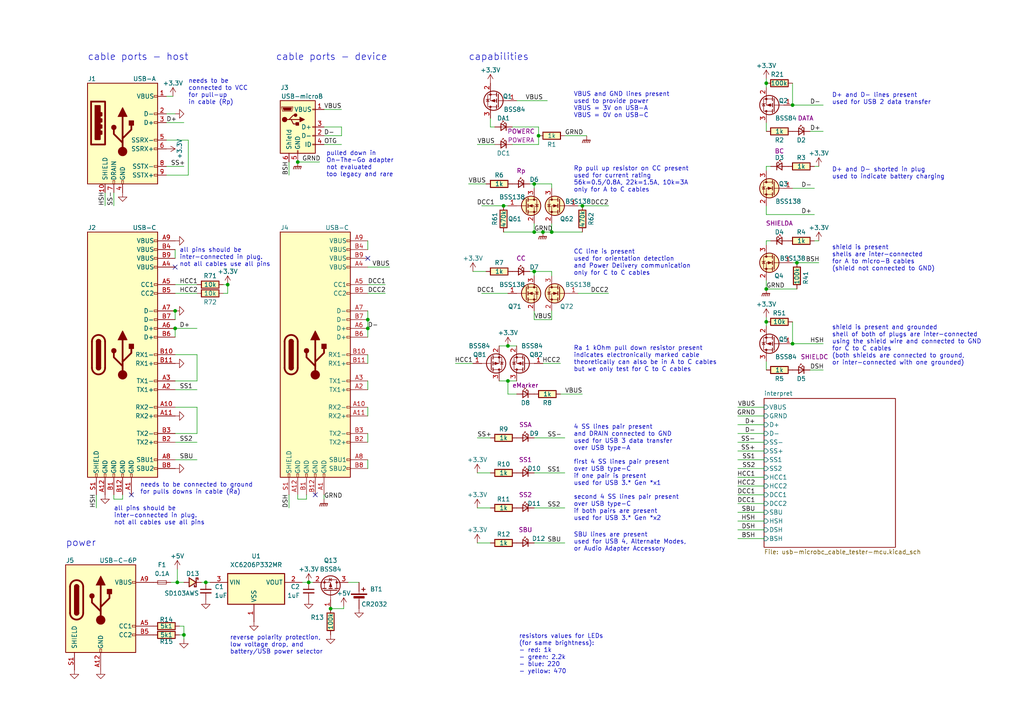
<source format=kicad_sch>
(kicad_sch (version 20230121) (generator eeschema)

  (uuid 43fc3289-82a7-492c-a423-3030e10115dc)

  (paper "A4")

  (title_block
    (title "USB micro-B & C cable tester")
    (date "$date$")
    (rev "$version$.$revision$")
    (company "CuVoodoo")
    (comment 1 "King Kévin")
    (comment 2 "CERN-OHL-S")
    (comment 3 "identify capabilities of the cable")
  )

  

  (junction (at 154.94 78.74) (diameter 0) (color 0 0 0 0)
    (uuid 082aa935-f96c-4fac-a94e-bfc0db31abc3)
  )
  (junction (at 222.25 83.82) (diameter 0) (color 0 0 0 0)
    (uuid 114cf4f5-454e-4c2d-8fd9-ca6a1200b512)
  )
  (junction (at 51.435 168.91) (diameter 0) (color 0 0 0 0)
    (uuid 289bcc37-a2ae-4e9d-a36e-2ddfa80a52bd)
  )
  (junction (at 50.8 95.25) (diameter 0) (color 0 0 0 0)
    (uuid 2ada3069-cd3c-48a7-9019-e79d40b021e2)
  )
  (junction (at 156.21 39.37) (diameter 0) (color 0 0 0 0)
    (uuid 320633b7-6aab-4313-9cb5-a8cd9ac6638b)
  )
  (junction (at 106.68 92.71) (diameter 0) (color 0 0 0 0)
    (uuid 38325c4b-7b2d-4445-929f-d74b79f81a3b)
  )
  (junction (at 147.32 110.49) (diameter 0) (color 0 0 0 0)
    (uuid 3ff511c9-304a-4036-b9e0-f031e5f8be54)
  )
  (junction (at 146.05 59.69) (diameter 0) (color 0 0 0 0)
    (uuid 44807466-4b0c-4c8e-9c95-f4efccdecc2c)
  )
  (junction (at 168.91 59.69) (diameter 0) (color 0 0 0 0)
    (uuid 45e269c3-58e2-40d4-bed7-2357c922264d)
  )
  (junction (at 50.8 90.17) (diameter 0) (color 0 0 0 0)
    (uuid 4ad7b43c-6063-4e0d-970c-0dc58650620a)
  )
  (junction (at 89.535 168.91) (diameter 0) (color 0 0 0 0)
    (uuid 4efa48bb-5e16-49ed-bf8c-8e0b7c145c8f)
  )
  (junction (at 154.94 53.34) (diameter 0) (color 0 0 0 0)
    (uuid 510b3b03-5c3d-49c6-84c8-f733d93dc337)
  )
  (junction (at 229.87 99.695) (diameter 0) (color 0 0 0 0)
    (uuid 5c0fe774-6a30-4fa1-8f74-cb1ff77ca8d6)
  )
  (junction (at 106.68 95.25) (diameter 0) (color 0 0 0 0)
    (uuid 641e6e88-5844-4728-927a-79785e811fcc)
  )
  (junction (at 222.25 93.345) (diameter 0) (color 0 0 0 0)
    (uuid 78124097-7c11-445a-b5e2-ba6bc8852567)
  )
  (junction (at 66.04 82.55) (diameter 0) (color 0 0 0 0)
    (uuid 7eac2e92-2052-4211-a953-9f7ad719dc36)
  )
  (junction (at 147.32 100.33) (diameter 0) (color 0 0 0 0)
    (uuid 87153324-0e77-476a-b066-9c0a25f92d3a)
  )
  (junction (at 157.48 67.31) (diameter 0) (color 0 0 0 0)
    (uuid a79bbd9f-2625-4190-b81a-f788b7b2dc06)
  )
  (junction (at 86.36 46.99) (diameter 0) (color 0 0 0 0)
    (uuid a8ab3967-ee50-4de8-b6e3-d4b3f5606719)
  )
  (junction (at 160.02 67.31) (diameter 0) (color 0 0 0 0)
    (uuid aee5bd8c-a9df-4604-a7ea-84005c030e91)
  )
  (junction (at 229.87 30.48) (diameter 0) (color 0 0 0 0)
    (uuid b2234ca7-5ecb-4d0c-8f4d-504763437e2e)
  )
  (junction (at 53.34 184.15) (diameter 0) (color 0 0 0 0)
    (uuid c5915283-e7bb-4980-a491-c2d1f975a3f9)
  )
  (junction (at 222.25 24.13) (diameter 0) (color 0 0 0 0)
    (uuid c75f90bf-36c3-4138-bcb1-d0b6a4832261)
  )
  (junction (at 95.885 176.53) (diameter 0) (color 0 0 0 0)
    (uuid c95a8c6c-559c-4040-948a-41731eb1e11d)
  )
  (junction (at 231.14 76.2) (diameter 0) (color 0 0 0 0)
    (uuid c9f4ad24-285c-4a97-ade1-2d97fa081726)
  )
  (junction (at 59.69 168.91) (diameter 0) (color 0 0 0 0)
    (uuid d1684b2f-e11f-4216-9ecb-f3029b2eb058)
  )
  (junction (at 154.94 67.31) (diameter 0) (color 0 0 0 0)
    (uuid ffcefbae-0f02-430e-bdab-d92fccb43170)
  )

  (no_connect (at 38.1 143.51) (uuid 11c8a2c8-0c1a-4b3a-b00c-44f8d0d9be1c))
  (no_connect (at 50.8 77.47) (uuid 917fd447-d502-43b5-ba06-2d93c87d9aca))
  (no_connect (at 106.68 74.93) (uuid 99833234-fd1f-4078-abc9-10d5f4cd7c79))
  (no_connect (at 91.44 143.51) (uuid b53b8de6-a94a-4f26-869c-90a4f017bdb7))

  (wire (pts (xy 222.25 35.56) (xy 222.25 38.1))
    (stroke (width 0) (type default))
    (uuid 03ae0c04-1185-433a-bed2-1f5f93af1cf0)
  )
  (wire (pts (xy 138.43 147.32) (xy 142.24 147.32))
    (stroke (width 0) (type default))
    (uuid 058e850f-bd6d-484f-a2d3-684e7cb0f56e)
  )
  (wire (pts (xy 138.43 137.16) (xy 142.24 137.16))
    (stroke (width 0) (type default))
    (uuid 05fee8af-2768-4178-b236-e33bd2b7a542)
  )
  (wire (pts (xy 154.94 53.34) (xy 154.94 54.61))
    (stroke (width 0) (type default))
    (uuid 072d5a3f-0713-40fd-ac6d-c1e2cc1bfe9e)
  )
  (wire (pts (xy 59.69 168.91) (xy 58.42 168.91))
    (stroke (width 0) (type default))
    (uuid 0854a6ae-12d7-4046-ba98-508b5ed4711d)
  )
  (wire (pts (xy 213.995 125.73) (xy 221.615 125.73))
    (stroke (width 0) (type default))
    (uuid 0f5a1345-6b81-42a2-b16d-d7420b66831d)
  )
  (wire (pts (xy 50.8 82.55) (xy 57.15 82.55))
    (stroke (width 0) (type default))
    (uuid 14a61830-a612-4117-b457-2a76441d5cf1)
  )
  (wire (pts (xy 50.8 102.87) (xy 57.15 102.87))
    (stroke (width 0) (type default))
    (uuid 17393f54-8d89-4681-87c6-c8c3732d43d0)
  )
  (wire (pts (xy 50.8 90.17) (xy 50.8 92.71))
    (stroke (width 0) (type default))
    (uuid 19383488-8f2c-4680-bfc4-960f29172843)
  )
  (wire (pts (xy 93.98 31.75) (xy 99.06 31.75))
    (stroke (width 0) (type default))
    (uuid 1b3d8cba-814d-447d-842c-06b4e6264ca8)
  )
  (wire (pts (xy 50.8 72.39) (xy 50.8 74.93))
    (stroke (width 0) (type default))
    (uuid 1c007509-5ca4-434b-9494-4bb3da8d138b)
  )
  (wire (pts (xy 213.995 140.97) (xy 221.615 140.97))
    (stroke (width 0) (type default))
    (uuid 1d8eac78-5683-4e60-af6d-a9f82785f8e3)
  )
  (wire (pts (xy 176.53 59.69) (xy 168.91 59.69))
    (stroke (width 0) (type default))
    (uuid 1f4a857f-72f9-4545-b8aa-ea2deb9157df)
  )
  (wire (pts (xy 106.68 77.47) (xy 113.03 77.47))
    (stroke (width 0) (type default))
    (uuid 25ba62a8-67d7-4d32-af6c-c3ba9e5a4cd9)
  )
  (wire (pts (xy 54.61 40.64) (xy 54.61 50.8))
    (stroke (width 0) (type default))
    (uuid 276991ca-0fcb-49e0-9cb6-8a98d177d540)
  )
  (wire (pts (xy 50.8 95.25) (xy 50.8 97.79))
    (stroke (width 0) (type default))
    (uuid 27dce9a7-a1bb-43b3-bdd3-e8bdd0c9adc3)
  )
  (wire (pts (xy 139.7 85.09) (xy 147.32 85.09))
    (stroke (width 0) (type default))
    (uuid 28336525-ddf2-4a17-9a82-55effe586d1b)
  )
  (wire (pts (xy 50.8 125.73) (xy 57.15 125.73))
    (stroke (width 0) (type default))
    (uuid 28435c57-d9c5-450e-84f2-cab7b4bedfbd)
  )
  (wire (pts (xy 222.25 69.85) (xy 222.25 71.12))
    (stroke (width 0) (type default))
    (uuid 29542f16-92ba-4632-b7d9-c180854aad16)
  )
  (wire (pts (xy 57.15 102.87) (xy 57.15 110.49))
    (stroke (width 0) (type default))
    (uuid 2a63d8d2-dbba-4324-810b-442a38a8fd80)
  )
  (wire (pts (xy 147.32 110.49) (xy 147.32 114.3))
    (stroke (width 0) (type default))
    (uuid 2bc0253f-40c4-40e9-bfa1-d93cb43f7955)
  )
  (wire (pts (xy 140.97 78.74) (xy 137.16 78.74))
    (stroke (width 0) (type default))
    (uuid 2d9d00e6-6243-49ff-bcd1-f51a1d130fb2)
  )
  (wire (pts (xy 106.68 82.55) (xy 111.76 82.55))
    (stroke (width 0) (type default))
    (uuid 2edff2cd-65d3-44e0-9bd6-2b33ccc55dd6)
  )
  (wire (pts (xy 154.94 53.34) (xy 153.67 53.34))
    (stroke (width 0) (type default))
    (uuid 2ee25c37-cb0a-49c9-b9f7-9c802d932e77)
  )
  (wire (pts (xy 50.8 133.35) (xy 57.15 133.35))
    (stroke (width 0) (type default))
    (uuid 30d8a70d-0e85-4b8a-9f44-723dac79baaf)
  )
  (wire (pts (xy 213.995 138.43) (xy 221.615 138.43))
    (stroke (width 0) (type default))
    (uuid 34112db9-b06b-42d2-bf4a-509557df3c3a)
  )
  (wire (pts (xy 66.04 85.09) (xy 64.77 85.09))
    (stroke (width 0) (type default))
    (uuid 350f542a-9da6-44b8-9b74-0a8c4695df70)
  )
  (wire (pts (xy 154.94 78.74) (xy 153.67 78.74))
    (stroke (width 0) (type default))
    (uuid 36d491bc-9825-4285-8078-3084eb011ddb)
  )
  (wire (pts (xy 168.91 67.31) (xy 160.02 67.31))
    (stroke (width 0) (type default))
    (uuid 374406ef-41b7-4178-b3a8-2124ee97d416)
  )
  (wire (pts (xy 229.87 54.61) (xy 236.22 54.61))
    (stroke (width 0) (type default))
    (uuid 38259cc8-e65c-4845-ad54-4507507fa530)
  )
  (wire (pts (xy 59.69 168.91) (xy 60.96 168.91))
    (stroke (width 0) (type default))
    (uuid 385b7ef5-f9b4-44fa-a4d6-5212e5fd1dee)
  )
  (wire (pts (xy 222.25 62.23) (xy 236.22 62.23))
    (stroke (width 0) (type default))
    (uuid 39a8657b-649f-4184-ab31-d92215be3f01)
  )
  (wire (pts (xy 154.94 147.32) (xy 163.83 147.32))
    (stroke (width 0) (type default))
    (uuid 3a2cce50-bef9-4eb4-a2b5-073a30e2f796)
  )
  (wire (pts (xy 106.68 95.25) (xy 106.68 97.79))
    (stroke (width 0) (type default))
    (uuid 3bc1aa1d-85bf-4cd2-bb93-2956dd892c01)
  )
  (wire (pts (xy 213.995 153.67) (xy 221.615 153.67))
    (stroke (width 0) (type default))
    (uuid 423dd818-efc2-469a-929b-c59bf014bad5)
  )
  (wire (pts (xy 147.32 100.33) (xy 144.78 100.33))
    (stroke (width 0) (type default))
    (uuid 44560fd2-40ea-4d36-be0f-9cfc78fabc22)
  )
  (wire (pts (xy 142.24 36.83) (xy 143.51 36.83))
    (stroke (width 0) (type default))
    (uuid 4488f2aa-fb2c-4e47-a4c6-4889c00b9d3a)
  )
  (wire (pts (xy 51.435 168.91) (xy 49.53 168.91))
    (stroke (width 0) (type default))
    (uuid 4575c344-5b70-487b-b3ec-8ec49faf2757)
  )
  (wire (pts (xy 167.64 85.09) (xy 176.53 85.09))
    (stroke (width 0) (type default))
    (uuid 4602c891-3460-4180-8864-1397057f9c11)
  )
  (wire (pts (xy 90.805 168.91) (xy 89.535 168.91))
    (stroke (width 0) (type default))
    (uuid 460a103e-a1a6-42a0-8f52-da655e48ae48)
  )
  (wire (pts (xy 35.56 144.78) (xy 33.02 144.78))
    (stroke (width 0) (type default))
    (uuid 492f300c-e022-4abe-92d9-b7b3b3a0a92d)
  )
  (wire (pts (xy 86.36 144.78) (xy 88.9 144.78))
    (stroke (width 0) (type default))
    (uuid 4afdc314-191d-468c-b509-15f55a4b57f9)
  )
  (wire (pts (xy 86.36 143.51) (xy 86.36 144.78))
    (stroke (width 0) (type default))
    (uuid 4bc93508-6d68-46cf-a800-6e0eda1ec42d)
  )
  (wire (pts (xy 229.87 93.345) (xy 229.87 99.695))
    (stroke (width 0) (type default))
    (uuid 4d53ace4-9877-42b1-a895-0153b95952c3)
  )
  (wire (pts (xy 222.25 104.775) (xy 222.25 107.315))
    (stroke (width 0) (type default))
    (uuid 4e4dd450-88d6-441a-826f-f929a95f5692)
  )
  (wire (pts (xy 222.25 24.13) (xy 222.25 25.4))
    (stroke (width 0) (type default))
    (uuid 4eefa2e8-44d8-4d95-85d9-cb89f2fc5724)
  )
  (wire (pts (xy 93.98 143.51) (xy 93.98 144.78))
    (stroke (width 0) (type default))
    (uuid 50573c3e-57bc-4f1d-afbb-6d1d89e7bfe9)
  )
  (wire (pts (xy 66.04 82.55) (xy 66.04 85.09))
    (stroke (width 0) (type default))
    (uuid 50c12728-5eb8-4214-a861-2aa6376182c7)
  )
  (wire (pts (xy 50.8 33.02) (xy 48.26 33.02))
    (stroke (width 0) (type default))
    (uuid 557b3ac7-d37b-44b6-b774-4f17256ac04d)
  )
  (wire (pts (xy 146.05 67.31) (xy 154.94 67.31))
    (stroke (width 0) (type default))
    (uuid 57cc2b4c-797f-4508-912e-4670ad5b41b1)
  )
  (wire (pts (xy 213.995 148.59) (xy 221.615 148.59))
    (stroke (width 0) (type default))
    (uuid 57dc6594-36df-4acf-8270-69544dc126f3)
  )
  (wire (pts (xy 229.87 99.695) (xy 238.76 99.695))
    (stroke (width 0) (type default))
    (uuid 590b9cc0-1a6d-4baa-94b1-e75f9d080016)
  )
  (wire (pts (xy 53.34 168.91) (xy 51.435 168.91))
    (stroke (width 0) (type default))
    (uuid 5a8fc1a5-1ab4-4f1e-a0f4-8552978c1b5a)
  )
  (wire (pts (xy 57.15 118.11) (xy 57.15 125.73))
    (stroke (width 0) (type default))
    (uuid 5bb1aeb5-86d9-452a-9d37-2271843ef1df)
  )
  (wire (pts (xy 213.995 143.51) (xy 221.615 143.51))
    (stroke (width 0) (type default))
    (uuid 5c150896-652c-4040-8774-01a300fe6855)
  )
  (wire (pts (xy 53.34 184.15) (xy 52.07 184.15))
    (stroke (width 0) (type default))
    (uuid 5d896b93-393f-4443-88a8-919923b43e9d)
  )
  (wire (pts (xy 154.94 137.16) (xy 163.83 137.16))
    (stroke (width 0) (type default))
    (uuid 5e17f6da-9ba0-42b4-84ea-3b0f1b83cdaf)
  )
  (wire (pts (xy 33.02 55.88) (xy 33.02 59.69))
    (stroke (width 0) (type default))
    (uuid 613978bd-aba7-4a8c-9843-0b80ebfbb55c)
  )
  (wire (pts (xy 57.15 110.49) (xy 50.8 110.49))
    (stroke (width 0) (type default))
    (uuid 619b85e1-223a-42fa-b695-22ab0f293dbd)
  )
  (wire (pts (xy 53.34 181.61) (xy 53.34 184.15))
    (stroke (width 0) (type default))
    (uuid 6336be03-e1ae-464f-a17e-2ed4288953f6)
  )
  (wire (pts (xy 146.05 59.69) (xy 139.7 59.69))
    (stroke (width 0) (type default))
    (uuid 63d589ba-6307-4aa1-9171-d9bbcc64bedd)
  )
  (wire (pts (xy 86.36 46.99) (xy 92.71 46.99))
    (stroke (width 0) (type default))
    (uuid 65a90dfb-42d1-4f3e-80b6-95f1b2fb6d8e)
  )
  (wire (pts (xy 87.63 168.91) (xy 89.535 168.91))
    (stroke (width 0) (type default))
    (uuid 698dc69b-6fad-41bc-adba-5eb212d77878)
  )
  (wire (pts (xy 229.87 24.13) (xy 229.87 30.48))
    (stroke (width 0) (type default))
    (uuid 69dcc655-1d5f-4e01-8bbe-bfae82dab7e4)
  )
  (wire (pts (xy 144.78 110.49) (xy 147.32 110.49))
    (stroke (width 0) (type default))
    (uuid 6bb57519-bbbb-4ad6-9a85-9749d45c5a88)
  )
  (wire (pts (xy 106.68 118.11) (xy 106.68 120.65))
    (stroke (width 0) (type default))
    (uuid 6bc07b76-91ad-4ae8-a042-4b2aa7b61496)
  )
  (wire (pts (xy 142.24 36.83) (xy 142.24 34.29))
    (stroke (width 0) (type default))
    (uuid 6f7597af-f205-445a-a89e-d85794779281)
  )
  (wire (pts (xy 154.94 127) (xy 163.83 127))
    (stroke (width 0) (type default))
    (uuid 6f94f23a-195f-4579-86a2-160920916b68)
  )
  (wire (pts (xy 135.89 53.34) (xy 140.97 53.34))
    (stroke (width 0) (type default))
    (uuid 6fcd7c90-5325-4638-af05-636b06692647)
  )
  (wire (pts (xy 33.02 144.78) (xy 33.02 143.51))
    (stroke (width 0) (type default))
    (uuid 7119b70d-44c7-403d-a5b3-b08799f4ed8d)
  )
  (wire (pts (xy 48.26 50.8) (xy 54.61 50.8))
    (stroke (width 0) (type default))
    (uuid 718a391c-e4c7-4726-85f0-5d8732eb97a3)
  )
  (wire (pts (xy 50.165 27.94) (xy 48.26 27.94))
    (stroke (width 0) (type default))
    (uuid 73c4b4dd-99fb-42ac-bb45-ec2612e43b98)
  )
  (wire (pts (xy 30.48 55.88) (xy 30.48 59.69))
    (stroke (width 0) (type default))
    (uuid 7417873a-4962-4340-b911-04c464b66a1c)
  )
  (wire (pts (xy 213.995 151.13) (xy 221.615 151.13))
    (stroke (width 0) (type default))
    (uuid 7435fde7-5345-4d20-9b99-c5606f915aa6)
  )
  (wire (pts (xy 88.9 144.78) (xy 88.9 143.51))
    (stroke (width 0) (type default))
    (uuid 75b01801-04b5-4676-b9aa-f559061d0919)
  )
  (wire (pts (xy 229.87 76.2) (xy 231.14 76.2))
    (stroke (width 0) (type default))
    (uuid 761713d5-4675-4590-a3f0-800a12bed9ab)
  )
  (wire (pts (xy 213.995 133.35) (xy 221.615 133.35))
    (stroke (width 0) (type default))
    (uuid 77908b8f-d413-4f9c-90b8-c73b98719ce7)
  )
  (wire (pts (xy 93.98 41.91) (xy 99.06 41.91))
    (stroke (width 0) (type default))
    (uuid 7c6e5df9-d1ac-467d-946f-4d26e22f8bf4)
  )
  (wire (pts (xy 53.34 185.42) (xy 53.34 184.15))
    (stroke (width 0) (type default))
    (uuid 7fbfa2ba-5823-4390-86dd-3318b333b179)
  )
  (wire (pts (xy 106.68 110.49) (xy 106.68 113.03))
    (stroke (width 0) (type default))
    (uuid 7fc10c45-631a-4625-b696-d086d3d46ffd)
  )
  (wire (pts (xy 106.68 125.73) (xy 106.68 128.27))
    (stroke (width 0) (type default))
    (uuid 820d89b7-f4ed-4b99-af00-4c79bdfc8dd1)
  )
  (wire (pts (xy 213.995 130.81) (xy 221.615 130.81))
    (stroke (width 0) (type default))
    (uuid 83b1239e-64c4-42f9-82fb-437317cdb7a0)
  )
  (wire (pts (xy 48.26 35.56) (xy 53.34 35.56))
    (stroke (width 0) (type default))
    (uuid 853c4993-5d75-4514-a7ea-a9cf8141e9d3)
  )
  (wire (pts (xy 106.68 92.71) (xy 106.68 95.25))
    (stroke (width 0) (type default))
    (uuid 853dcbed-361f-4955-91bb-252d075e1ccb)
  )
  (wire (pts (xy 104.14 168.91) (xy 100.965 168.91))
    (stroke (width 0) (type default))
    (uuid 85817ea5-bc29-42f3-8c4f-8a8e52bb79f2)
  )
  (wire (pts (xy 154.94 78.74) (xy 154.94 80.01))
    (stroke (width 0) (type default))
    (uuid 87d03ec3-8bca-4079-8e76-19e9514197a7)
  )
  (wire (pts (xy 52.07 181.61) (xy 53.34 181.61))
    (stroke (width 0) (type default))
    (uuid 89ecc412-1e84-405d-b53a-83e57378cf30)
  )
  (wire (pts (xy 51.435 165.1) (xy 51.435 168.91))
    (stroke (width 0) (type default))
    (uuid 8e843094-2823-4089-a680-aa556895e059)
  )
  (wire (pts (xy 222.25 62.23) (xy 222.25 59.69))
    (stroke (width 0) (type default))
    (uuid 8f25a14d-9fe5-485e-8b87-3dc122c8315a)
  )
  (wire (pts (xy 222.25 22.86) (xy 222.25 24.13))
    (stroke (width 0) (type default))
    (uuid 8f4ba3e1-7b1a-41bd-a08d-0f2d9392d313)
  )
  (wire (pts (xy 160.02 90.17) (xy 160.02 92.71))
    (stroke (width 0) (type default))
    (uuid 9265cf46-795e-4f3c-ba29-1b800506b1e0)
  )
  (wire (pts (xy 222.25 48.26) (xy 223.52 48.26))
    (stroke (width 0) (type default))
    (uuid 952cb0db-64bb-4d56-8bc1-2aec04deceec)
  )
  (wire (pts (xy 229.87 30.48) (xy 238.76 30.48))
    (stroke (width 0) (type default))
    (uuid 969a5ab6-7ce0-4053-a507-48450d62e7ca)
  )
  (wire (pts (xy 99.695 176.53) (xy 99.695 175.895))
    (stroke (width 0) (type default))
    (uuid 97937882-ebe1-44c3-b975-91a9491b2c66)
  )
  (wire (pts (xy 156.21 39.37) (xy 156.21 41.91))
    (stroke (width 0) (type default))
    (uuid 985d2170-d00c-47e9-8fd1-fa4e153f5b2f)
  )
  (wire (pts (xy 160.02 78.74) (xy 160.02 80.01))
    (stroke (width 0) (type default))
    (uuid 9c54c110-e790-4224-b881-03784f1bbe30)
  )
  (wire (pts (xy 213.995 128.27) (xy 221.615 128.27))
    (stroke (width 0) (type default))
    (uuid 9e5b9b71-b114-489c-be0f-cacfa4a31137)
  )
  (wire (pts (xy 154.94 53.34) (xy 160.02 53.34))
    (stroke (width 0) (type default))
    (uuid a0d5e9b8-e1c7-458b-81dd-edf58b7d8dca)
  )
  (wire (pts (xy 222.25 48.26) (xy 222.25 49.53))
    (stroke (width 0) (type default))
    (uuid a47a528f-840b-49c8-b178-7ed4792a562e)
  )
  (wire (pts (xy 50.8 113.03) (xy 57.15 113.03))
    (stroke (width 0) (type default))
    (uuid a5af42de-eb8f-4bc2-8fee-f95ab3984031)
  )
  (wire (pts (xy 222.25 69.85) (xy 223.52 69.85))
    (stroke (width 0) (type default))
    (uuid a5dd78ae-b3a0-4ae5-8da2-43a8651f15d5)
  )
  (wire (pts (xy 50.8 128.27) (xy 57.15 128.27))
    (stroke (width 0) (type default))
    (uuid a5fc5169-e55c-4f7d-bb78-9a2f738c0734)
  )
  (wire (pts (xy 162.56 105.41) (xy 157.48 105.41))
    (stroke (width 0) (type default))
    (uuid aa52df66-cd92-4c74-b4c8-f3ad90c6c976)
  )
  (wire (pts (xy 138.43 127) (xy 142.24 127))
    (stroke (width 0) (type default))
    (uuid aaad0c1b-e20c-486f-9fae-b9ad39bba615)
  )
  (wire (pts (xy 213.995 123.19) (xy 221.615 123.19))
    (stroke (width 0) (type default))
    (uuid affac993-8086-4b65-bd9f-59ec77699755)
  )
  (wire (pts (xy 236.22 69.85) (xy 237.49 69.85))
    (stroke (width 0) (type default))
    (uuid b13fd832-9c84-47ea-a4d3-094a1b6d954f)
  )
  (wire (pts (xy 163.83 39.37) (xy 170.18 39.37))
    (stroke (width 0) (type default))
    (uuid b1893fdf-2553-4d6a-99f3-b769d63cd5d2)
  )
  (wire (pts (xy 156.21 41.91) (xy 148.59 41.91))
    (stroke (width 0) (type default))
    (uuid b21a262c-4ead-4fa8-a4cb-6bd41f1cc8de)
  )
  (wire (pts (xy 83.82 143.51) (xy 83.82 147.32))
    (stroke (width 0) (type default))
    (uuid b35fdec7-7e62-4f66-b766-4045ccb5b31c)
  )
  (wire (pts (xy 168.91 59.69) (xy 167.64 59.69))
    (stroke (width 0) (type default))
    (uuid b3e2cc72-3650-480a-ad16-a4004e82ee9a)
  )
  (wire (pts (xy 106.68 85.09) (xy 111.76 85.09))
    (stroke (width 0) (type default))
    (uuid b7c97a14-e816-4e0f-9559-b34e50f7ab13)
  )
  (wire (pts (xy 157.48 67.31) (xy 154.94 67.31))
    (stroke (width 0) (type default))
    (uuid b9b7a763-cb56-412e-8b61-18fe77bc1bbc)
  )
  (wire (pts (xy 27.94 143.51) (xy 27.94 147.32))
    (stroke (width 0) (type default))
    (uuid ba94c67a-b5be-4e8c-b7f1-1d5e1be46691)
  )
  (wire (pts (xy 149.86 29.21) (xy 158.75 29.21))
    (stroke (width 0) (type default))
    (uuid bab892d1-6823-4dc6-9248-046a33d57663)
  )
  (wire (pts (xy 236.22 48.26) (xy 237.49 48.26))
    (stroke (width 0) (type default))
    (uuid bebfb6ae-e273-420d-947a-398a4c09fcdb)
  )
  (wire (pts (xy 154.94 67.31) (xy 154.94 64.77))
    (stroke (width 0) (type default))
    (uuid bf00c5dd-3aa9-414f-a7a1-2fefb1ef3792)
  )
  (wire (pts (xy 106.68 69.85) (xy 106.68 72.39))
    (stroke (width 0) (type default))
    (uuid c1dddb78-a316-4399-ab78-ea6ab2988d13)
  )
  (wire (pts (xy 50.8 85.09) (xy 57.15 85.09))
    (stroke (width 0) (type default))
    (uuid c1ec49d2-9934-4148-ae86-547b3d92f6fc)
  )
  (wire (pts (xy 160.02 53.34) (xy 160.02 54.61))
    (stroke (width 0) (type default))
    (uuid c228a186-dc68-4b96-9062-316496ded65b)
  )
  (wire (pts (xy 231.14 76.2) (xy 237.49 76.2))
    (stroke (width 0) (type default))
    (uuid c3d0241b-4ad1-4c87-b433-364efacd603b)
  )
  (wire (pts (xy 168.91 114.3) (xy 162.56 114.3))
    (stroke (width 0) (type default))
    (uuid c4224f30-00a5-464f-93bd-ba0e40b8a09d)
  )
  (wire (pts (xy 148.59 36.83) (xy 156.21 36.83))
    (stroke (width 0) (type default))
    (uuid c5f994be-f438-4f80-bdc5-fce7555cb130)
  )
  (wire (pts (xy 154.94 92.71) (xy 160.02 92.71))
    (stroke (width 0) (type default))
    (uuid c68e4d33-03df-4ef6-810d-0592fdd2b519)
  )
  (wire (pts (xy 93.98 36.83) (xy 99.06 36.83))
    (stroke (width 0) (type default))
    (uuid cf7dbfbf-3365-45a7-a34b-1b88229cf79e)
  )
  (wire (pts (xy 106.68 102.87) (xy 106.68 105.41))
    (stroke (width 0) (type default))
    (uuid d1899288-440a-4af4-9556-fd48fb1220f0)
  )
  (wire (pts (xy 222.25 83.82) (xy 222.25 81.28))
    (stroke (width 0) (type default))
    (uuid d222dea9-29b3-47b4-8484-3897b8cb443c)
  )
  (wire (pts (xy 157.48 67.31) (xy 160.02 67.31))
    (stroke (width 0) (type default))
    (uuid d2d2735f-ccb3-42d3-8ae5-202b009dbfef)
  )
  (wire (pts (xy 156.21 36.83) (xy 156.21 39.37))
    (stroke (width 0) (type default))
    (uuid d3af41d4-8e54-4b48-bc88-dc7cf3b4b6cc)
  )
  (wire (pts (xy 50.8 118.11) (xy 57.15 118.11))
    (stroke (width 0) (type default))
    (uuid d3e5d5bd-43b6-4521-b8d2-10f928a52895)
  )
  (wire (pts (xy 93.98 39.37) (xy 99.06 39.37))
    (stroke (width 0) (type default))
    (uuid d3f621c3-5dbf-46a0-9657-6e10bdfb643e)
  )
  (wire (pts (xy 213.995 135.89) (xy 221.615 135.89))
    (stroke (width 0) (type default))
    (uuid d3fc8197-747a-4cca-bd2a-10de81111b6b)
  )
  (wire (pts (xy 99.695 176.53) (xy 95.885 176.53))
    (stroke (width 0) (type default))
    (uuid d540061a-7af6-4654-af10-0190b57f2225)
  )
  (wire (pts (xy 138.43 157.48) (xy 142.24 157.48))
    (stroke (width 0) (type default))
    (uuid d6800ec0-87cd-4e41-be3b-4a60b98f2b19)
  )
  (wire (pts (xy 83.82 46.99) (xy 83.82 50.8))
    (stroke (width 0) (type default))
    (uuid d6de93af-fceb-44a0-9941-0f1a13fc57bb)
  )
  (wire (pts (xy 213.995 156.21) (xy 221.615 156.21))
    (stroke (width 0) (type default))
    (uuid d791cb99-3c61-4334-9039-95530ef31109)
  )
  (wire (pts (xy 35.56 143.51) (xy 35.56 144.78))
    (stroke (width 0) (type default))
    (uuid d7a34bac-a72d-4c48-99d9-b98149d653f9)
  )
  (wire (pts (xy 154.94 157.48) (xy 163.83 157.48))
    (stroke (width 0) (type default))
    (uuid d8ce98cc-53f3-43f6-aad8-cf62bf01acb4)
  )
  (wire (pts (xy 138.43 41.91) (xy 143.51 41.91))
    (stroke (width 0) (type default))
    (uuid db904089-aa6c-477e-877c-abfe8a63bee1)
  )
  (wire (pts (xy 231.14 83.82) (xy 222.25 83.82))
    (stroke (width 0) (type default))
    (uuid dbea2d69-5d20-462c-927f-3fd1486aef32)
  )
  (wire (pts (xy 213.995 120.65) (xy 221.615 120.65))
    (stroke (width 0) (type default))
    (uuid dd32a035-558a-4438-b79a-68757427b6bb)
  )
  (wire (pts (xy 106.68 90.17) (xy 106.68 92.71))
    (stroke (width 0) (type default))
    (uuid dd89da4f-1232-43f3-b843-3bd60dfc8441)
  )
  (wire (pts (xy 234.95 107.315) (xy 238.76 107.315))
    (stroke (width 0) (type default))
    (uuid de3bcc81-4040-4aea-a6ad-ff64002a2e5a)
  )
  (wire (pts (xy 149.86 100.33) (xy 147.32 100.33))
    (stroke (width 0) (type default))
    (uuid e0081f71-25b2-40d2-812c-c9704cd5ef55)
  )
  (wire (pts (xy 50.8 95.25) (xy 57.15 95.25))
    (stroke (width 0) (type default))
    (uuid e27ed8c9-569b-4c33-b550-1499022fce26)
  )
  (wire (pts (xy 149.86 114.3) (xy 147.32 114.3))
    (stroke (width 0) (type default))
    (uuid e55e8310-5ea0-4113-91f5-cd5262e67fc6)
  )
  (wire (pts (xy 213.995 146.05) (xy 221.615 146.05))
    (stroke (width 0) (type default))
    (uuid e5bae2ea-f83e-44ac-852a-cc5dd8f1bc14)
  )
  (wire (pts (xy 213.995 118.11) (xy 221.615 118.11))
    (stroke (width 0) (type default))
    (uuid e697e49d-426b-4f97-83e9-fdab595a6e41)
  )
  (wire (pts (xy 48.26 48.26) (xy 53.34 48.26))
    (stroke (width 0) (type default))
    (uuid e94d1faf-5658-4c07-a785-1c2ebe29ec2d)
  )
  (wire (pts (xy 222.25 94.615) (xy 222.25 93.345))
    (stroke (width 0) (type default))
    (uuid e9c3854f-2964-48d2-8297-8d1a78107d80)
  )
  (wire (pts (xy 147.32 59.69) (xy 146.05 59.69))
    (stroke (width 0) (type default))
    (uuid e9f5988b-f031-4527-9fe5-37f7445e25e5)
  )
  (wire (pts (xy 154.94 78.74) (xy 160.02 78.74))
    (stroke (width 0) (type default))
    (uuid ee4d67cb-b913-4e6e-bd4d-50f3d37a69e8)
  )
  (wire (pts (xy 147.32 110.49) (xy 149.86 110.49))
    (stroke (width 0) (type default))
    (uuid eefa724a-a9ae-4e5b-a7bf-e6c6df8fffb2)
  )
  (wire (pts (xy 154.94 92.71) (xy 154.94 90.17))
    (stroke (width 0) (type default))
    (uuid efe8ded8-e0f3-4654-950a-a38c49fd5d1f)
  )
  (wire (pts (xy 99.06 36.83) (xy 99.06 39.37))
    (stroke (width 0) (type default))
    (uuid f126dea6-f42f-4dc1-8b21-a8cbc1fcbcef)
  )
  (wire (pts (xy 222.25 92.075) (xy 222.25 93.345))
    (stroke (width 0) (type default))
    (uuid f5a66801-4139-4eef-a0c5-68724b4eaa12)
  )
  (wire (pts (xy 160.02 64.77) (xy 160.02 67.31))
    (stroke (width 0) (type default))
    (uuid f5d69643-6754-40ac-bdfc-7b5f3ebf4dee)
  )
  (wire (pts (xy 48.26 40.64) (xy 54.61 40.64))
    (stroke (width 0) (type default))
    (uuid f6bab887-0992-45df-bc68-e1706b7996df)
  )
  (wire (pts (xy 64.77 82.55) (xy 66.04 82.55))
    (stroke (width 0) (type default))
    (uuid f8077948-e884-4aab-b21c-350e13c32553)
  )
  (wire (pts (xy 137.16 105.41) (xy 132.08 105.41))
    (stroke (width 0) (type default))
    (uuid f8941b38-d75d-4ae1-8441-d8653838c9ba)
  )
  (wire (pts (xy 106.68 133.35) (xy 106.68 135.89))
    (stroke (width 0) (type default))
    (uuid f908e971-af2d-4628-9c7c-e7a7f071c75f)
  )
  (wire (pts (xy 234.95 38.1) (xy 238.76 38.1))
    (stroke (width 0) (type default))
    (uuid fdff669a-cac0-475c-b2c9-8eb8c58fe53b)
  )

  (text "SBU lines are present\nused for USB 4, Alternate Modes,\nor Audio Adapter Accessory"
    (at 166.37 160.02 0)
    (effects (font (size 1.27 1.27)) (justify left bottom))
    (uuid 1adafc2d-f525-4b3c-ac25-6d9fbaf0bf42)
  )
  (text "resistors values for LEDs\n(for same brightness):\n- red: 1k\n- green: 2.2k\n- blue: 220\n- yellow: 470"
    (at 150.495 195.58 0)
    (effects (font (size 1.27 1.27)) (justify left bottom))
    (uuid 2d573aa4-062a-4b36-9067-4510d65ed991)
  )
  (text "D+ and D- shorted in plug\nused to indicate battery charging"
    (at 241.3 52.07 0)
    (effects (font (size 1.27 1.27)) (justify left bottom))
    (uuid 45d7daa2-b037-47e8-bf08-574e75f386fb)
  )
  (text "first 4 SS lines pair present\nover USB type-C\nif one pair is present\nused for USB 3.* Gen *x1"
    (at 166.37 140.97 0)
    (effects (font (size 1.27 1.27)) (justify left bottom))
    (uuid 4dc25b25-3a85-436c-91eb-0bad558d1475)
  )
  (text "4 SS lines pair present\nand DRAIN connected to GND\nused for USB 3 data transfer\nover USB type-A"
    (at 166.37 130.81 0)
    (effects (font (size 1.27 1.27)) (justify left bottom))
    (uuid 4e8585ae-22e4-4675-8cd0-de002aabbad9)
  )
  (text "VBUS and GND lines present\nused to provide power\nVBUS = 3V on USB-A\nVBUS = 0V on USB-C\n"
    (at 166.37 34.29 0)
    (effects (font (size 1.27 1.27)) (justify left bottom))
    (uuid 4f90faf4-01df-4871-80ae-793c4e20c431)
  )
  (text "second 4 SS lines pair present\nover USB type-C\nif both pairs are present\nused for USB 3.* Gen *x2"
    (at 166.37 151.13 0)
    (effects (font (size 1.27 1.27)) (justify left bottom))
    (uuid 61dafaae-de95-457c-a410-f157f5b9ae24)
  )
  (text "pulled down in\nOn-The-Go adapter\nnot evaluated\ntoo legacy and rare"
    (at 94.615 51.435 0)
    (effects (font (size 1.27 1.27)) (justify left bottom))
    (uuid 658f5dfc-5099-4449-a0f3-5efe6586e55e)
  )
  (text "shield is present\nshells are inter-connected\nfor A to micro-B cables\n(shield not connected to GND)"
    (at 241.3 78.74 0)
    (effects (font (size 1.27 1.27)) (justify left bottom))
    (uuid 66a71338-7155-4f1e-8522-665f0c641a5d)
  )
  (text "needs to be connected to ground\nfor pulls downs in cable (Ra)"
    (at 40.64 143.51 0)
    (effects (font (size 1.27 1.27)) (justify left bottom))
    (uuid 77430462-eca4-405f-8324-90720f5e7ed3)
  )
  (text "CC line is present\nused for orientation detection\nand Power Delivery communication\nonly for C to C cables"
    (at 166.37 80.01 0)
    (effects (font (size 1.27 1.27)) (justify left bottom))
    (uuid 78689a44-e852-420c-998d-a52a537e3ff6)
  )
  (text "all pins should be\ninter-connected in plug.\nnot all cables use all pins\n"
    (at 52.07 77.47 0)
    (effects (font (size 1.27 1.27)) (justify left bottom))
    (uuid 7c6908bb-bf5a-4ebc-8a64-31ea8ec41e17)
  )
  (text "power" (at 19.05 158.75 0)
    (effects (font (size 2 2)) (justify left bottom))
    (uuid 7cd5829b-a2f0-44a1-833a-f0d5ae0ee9a5)
  )
  (text "cable ports - host" (at 25.4 17.78 0)
    (effects (font (size 2 2)) (justify left bottom))
    (uuid 87e29572-b44f-406c-af71-3aa85a70b833)
  )
  (text "D+ and D- lines present\nused for USB 2 data transfer"
    (at 241.3 30.48 0)
    (effects (font (size 1.27 1.27)) (justify left bottom))
    (uuid 9764d284-3792-405d-b2cb-05a32485b422)
  )
  (text "capabilities" (at 135.89 17.78 0)
    (effects (font (size 2 2)) (justify left bottom))
    (uuid a1cc446e-2c5b-4746-bd91-a6e9cefcc9e2)
  )
  (text "needs to be\nconnected to VCC\nfor pull-up\nin cable (Rp)"
    (at 54.61 30.48 0)
    (effects (font (size 1.27 1.27)) (justify left bottom))
    (uuid bb2eb9ca-5a77-480c-9260-a67ec54b04f8)
  )
  (text "shield is present and grounded\nshell of both of plugs are inter-connected\nusing the shield wire and connected to GND\nfor C to C cables\n(both shields are connected to ground,\nor inter-connected with one grounded)"
    (at 241.3 106.045 0)
    (effects (font (size 1.27 1.27)) (justify left bottom))
    (uuid be53954e-5af1-4cf3-a167-84280431acef)
  )
  (text "Ra 1 kOhm pull down resistor present\nindicates electronically marked cable\ntheoretically can also be in A to C cables\nbut we only test for C to C cables"
    (at 166.37 107.95 0)
    (effects (font (size 1.27 1.27)) (justify left bottom))
    (uuid c69e7188-34e7-4bc4-bca4-c4cea531f6f3)
  )
  (text "cable ports - device" (at 80.01 17.78 0)
    (effects (font (size 2 2)) (justify left bottom))
    (uuid cc2c277b-bf9d-4ca1-8d97-bed1406397d2)
  )
  (text "reverse polarity protection,\nlow voltage drop, and\nbattery/USB power selector"
    (at 66.675 189.865 0)
    (effects (font (size 1.27 1.27)) (justify left bottom))
    (uuid d0a6c1e2-d8ae-4573-91e0-8469fc079331)
  )
  (text "all pins should be\ninter-connected in plug.\nnot all cables use all pins\n"
    (at 33.02 152.4 0)
    (effects (font (size 1.27 1.27)) (justify left bottom))
    (uuid df84a1bf-fa03-4ea5-a935-c598c065029a)
  )
  (text "Rp pull up resistor on CC present\nused for current rating\n56k=0.5/0.8A, 22k=1.5A, 10k=3A\nonly for A to C cables"
    (at 166.37 55.88 0)
    (effects (font (size 1.27 1.27)) (justify left bottom))
    (uuid fd399257-a7a1-4be2-b847-394bfe7d697b)
  )

  (label "D+" (at 232.41 62.23 0) (fields_autoplaced)
    (effects (font (size 1.27 1.27)) (justify left bottom))
    (uuid 017353a8-8b8a-4cf8-b2bd-0c60a62626da)
  )
  (label "DCC2" (at 176.53 59.69 180) (fields_autoplaced)
    (effects (font (size 1.27 1.27)) (justify right bottom))
    (uuid 0d8ee66d-7640-44b8-b586-6a820328fde8)
  )
  (label "GRND" (at 87.63 46.99 0) (fields_autoplaced)
    (effects (font (size 1.27 1.27)) (justify left bottom))
    (uuid 0dda3373-99bf-43fa-a8b9-1ce55500298e)
  )
  (label "SS2" (at 52.07 128.27 0) (fields_autoplaced)
    (effects (font (size 1.27 1.27)) (justify left bottom))
    (uuid 106dc67a-e436-41ac-a16f-1fb591c8338d)
  )
  (label "HCC1" (at 219.075 138.43 180) (fields_autoplaced)
    (effects (font (size 1.27 1.27)) (justify right bottom))
    (uuid 1b107573-3ca2-4efd-b5ff-d55e8b3997b0)
  )
  (label "HCC2" (at 52.07 85.09 0) (fields_autoplaced)
    (effects (font (size 1.27 1.27)) (justify left bottom))
    (uuid 20da7c68-3c60-4456-a256-630f6ee8dbd9)
  )
  (label "HCC2" (at 219.075 140.97 180) (fields_autoplaced)
    (effects (font (size 1.27 1.27)) (justify right bottom))
    (uuid 27318937-ec75-4480-99e2-91927bac678a)
  )
  (label "BSH" (at 219.075 156.21 180) (fields_autoplaced)
    (effects (font (size 1.27 1.27)) (justify right bottom))
    (uuid 296a9b40-0b5a-4167-9db9-731133d75583)
  )
  (label "BSH" (at 233.68 76.2 0) (fields_autoplaced)
    (effects (font (size 1.27 1.27)) (justify left bottom))
    (uuid 2aea1cdc-83bd-40ee-927f-1fd4029e0e40)
  )
  (label "SS1" (at 219.075 133.35 180) (fields_autoplaced)
    (effects (font (size 1.27 1.27)) (justify right bottom))
    (uuid 2dc8e4cc-9a27-4907-b954-456b1f6d8bd4)
  )
  (label "VBUS" (at 152.4 29.21 0) (fields_autoplaced)
    (effects (font (size 1.27 1.27)) (justify left bottom))
    (uuid 374b8270-0b7e-44c2-9bc2-3715871395ea)
  )
  (label "SS-" (at 219.075 128.27 180) (fields_autoplaced)
    (effects (font (size 1.27 1.27)) (justify right bottom))
    (uuid 3e9ad269-0a40-4f34-9a22-6b11103467a7)
  )
  (label "HSH" (at 27.94 147.32 90) (fields_autoplaced)
    (effects (font (size 1.27 1.27)) (justify left bottom))
    (uuid 41d2c5ae-65c4-41bb-8b9f-d81cb4665092)
  )
  (label "D-" (at 234.95 30.48 0) (fields_autoplaced)
    (effects (font (size 1.27 1.27)) (justify left bottom))
    (uuid 439d7db0-574e-418f-86e2-d3bbf2a013d7)
  )
  (label "BSH" (at 83.82 50.8 90) (fields_autoplaced)
    (effects (font (size 1.27 1.27)) (justify left bottom))
    (uuid 4c93e3ab-5cdc-43ff-b164-794f333265ad)
  )
  (label "SS2" (at 158.75 147.32 0) (fields_autoplaced)
    (effects (font (size 1.27 1.27)) (justify left bottom))
    (uuid 4e7c23d7-e791-46e1-a8d4-55317f3576f0)
  )
  (label "OTG" (at 93.98 41.91 0) (fields_autoplaced)
    (effects (font (size 1.27 1.27)) (justify left bottom))
    (uuid 507cac12-6de5-4a27-b579-9f0e5d99ebd7)
  )
  (label "VBUS" (at 163.83 114.3 0) (fields_autoplaced)
    (effects (font (size 1.27 1.27)) (justify left bottom))
    (uuid 53066100-0b90-422c-a8f1-c78b3a13e65f)
  )
  (label "VBUS" (at 93.98 31.75 0) (fields_autoplaced)
    (effects (font (size 1.27 1.27)) (justify left bottom))
    (uuid 585a698f-743d-4eb5-beb1-b823e66a7553)
  )
  (label "VBUS" (at 219.075 118.11 180) (fields_autoplaced)
    (effects (font (size 1.27 1.27)) (justify right bottom))
    (uuid 5986edc6-61ff-4434-9d5e-d5583cf86777)
  )
  (label "DCC1" (at 106.68 82.55 0) (fields_autoplaced)
    (effects (font (size 1.27 1.27)) (justify left bottom))
    (uuid 623a96f9-c141-4861-89b4-621761582378)
  )
  (label "DCC2" (at 176.53 85.09 180) (fields_autoplaced)
    (effects (font (size 1.27 1.27)) (justify right bottom))
    (uuid 630d0093-5191-4ba2-9b22-c0189a1b7a06)
  )
  (label "SS1" (at 52.07 113.03 0) (fields_autoplaced)
    (effects (font (size 1.27 1.27)) (justify left bottom))
    (uuid 67afcca8-22f2-46db-9f78-daeb2e90c28d)
  )
  (label "GRND" (at 154.94 67.31 0) (fields_autoplaced)
    (effects (font (size 1.27 1.27)) (justify left bottom))
    (uuid 68dc248d-e0e2-47ec-97ba-c9d33eab16f2)
  )
  (label "VBUS" (at 160.02 92.71 180) (fields_autoplaced)
    (effects (font (size 1.27 1.27)) (justify right bottom))
    (uuid 697d4bc5-d64e-448a-af7c-be8835a72918)
  )
  (label "SBU" (at 219.075 148.59 180) (fields_autoplaced)
    (effects (font (size 1.27 1.27)) (justify right bottom))
    (uuid 6e9cce4e-181d-45d2-ac16-3576c9d96d7a)
  )
  (label "SBU" (at 52.07 133.35 0) (fields_autoplaced)
    (effects (font (size 1.27 1.27)) (justify left bottom))
    (uuid 6fcd48ac-b487-42c3-ba3c-94dba01dc923)
  )
  (label "VBUS" (at 107.95 77.47 0) (fields_autoplaced)
    (effects (font (size 1.27 1.27)) (justify left bottom))
    (uuid 7072b27b-0cfd-443b-b703-3e087f90f68e)
  )
  (label "SBU" (at 158.75 157.48 0) (fields_autoplaced)
    (effects (font (size 1.27 1.27)) (justify left bottom))
    (uuid 7444e430-e3ce-4823-8dc2-9a850d0a4d00)
  )
  (label "SS1" (at 158.75 137.16 0) (fields_autoplaced)
    (effects (font (size 1.27 1.27)) (justify left bottom))
    (uuid 82201835-9b54-42ab-a699-7c69360bcab2)
  )
  (label "DCC1" (at 143.51 59.69 180) (fields_autoplaced)
    (effects (font (size 1.27 1.27)) (justify right bottom))
    (uuid 85947192-f860-4698-a3bb-8fadfb7609b8)
  )
  (label "HSH" (at 219.075 151.13 180) (fields_autoplaced)
    (effects (font (size 1.27 1.27)) (justify right bottom))
    (uuid 86dd63ef-8f51-4197-b393-50e35cc58dda)
  )
  (label "DSH" (at 83.82 147.32 90) (fields_autoplaced)
    (effects (font (size 1.27 1.27)) (justify left bottom))
    (uuid 8a198b90-7a60-487b-a6f2-dbcb38d84641)
  )
  (label "D-" (at 93.98 39.37 0) (fields_autoplaced)
    (effects (font (size 1.27 1.27)) (justify left bottom))
    (uuid 8c567963-24d1-4a70-a3be-a0b6d610e53b)
  )
  (label "GRND" (at 219.075 120.65 180) (fields_autoplaced)
    (effects (font (size 1.27 1.27)) (justify right bottom))
    (uuid 8c89e54a-370f-4100-89de-32237ed65f5c)
  )
  (label "HSH" (at 234.95 99.695 0) (fields_autoplaced)
    (effects (font (size 1.27 1.27)) (justify left bottom))
    (uuid 90955e11-ec64-4375-9ea6-56de76f1683e)
  )
  (label "GRND" (at 222.25 83.82 0) (fields_autoplaced)
    (effects (font (size 1.27 1.27)) (justify left bottom))
    (uuid 940b587c-a8be-4939-8905-5323c34c0bbd)
  )
  (label "VBUS" (at 138.43 41.91 0) (fields_autoplaced)
    (effects (font (size 1.27 1.27)) (justify left bottom))
    (uuid 94fab7c7-730f-42d4-bf9c-eec4d0b60755)
  )
  (label "HCC1" (at 52.07 82.55 0) (fields_autoplaced)
    (effects (font (size 1.27 1.27)) (justify left bottom))
    (uuid 98d56d5a-f0c0-47df-8f17-a405931a8b1e)
  )
  (label "HCC2" (at 162.56 105.41 180) (fields_autoplaced)
    (effects (font (size 1.27 1.27)) (justify right bottom))
    (uuid a2a6ed3b-91aa-47f5-b526-2d17c5a83d61)
  )
  (label "SS2" (at 219.075 135.89 180) (fields_autoplaced)
    (effects (font (size 1.27 1.27)) (justify right bottom))
    (uuid a949d2e5-263e-4136-9c6b-42b9f377fc6a)
  )
  (label "HSH" (at 30.48 59.69 90) (fields_autoplaced)
    (effects (font (size 1.27 1.27)) (justify left bottom))
    (uuid ad3e96ba-4478-4f09-96f9-a85c8b0d6141)
  )
  (label "DCC1" (at 143.51 85.09 180) (fields_autoplaced)
    (effects (font (size 1.27 1.27)) (justify right bottom))
    (uuid ae75e418-3b6d-459b-a9a7-91909d4e78cb)
  )
  (label "SS+" (at 138.43 127 0) (fields_autoplaced)
    (effects (font (size 1.27 1.27)) (justify left bottom))
    (uuid b6fcebb8-b46c-4912-9694-f267e51d646d)
  )
  (label "D-" (at 219.075 125.73 180) (fields_autoplaced)
    (effects (font (size 1.27 1.27)) (justify right bottom))
    (uuid b856e783-0481-4c5b-b287-61e0bff7723b)
  )
  (label "VBUS" (at 140.97 53.34 180) (fields_autoplaced)
    (effects (font (size 1.27 1.27)) (justify right bottom))
    (uuid ba0eaefd-8063-4a2d-bc12-03bd5e8538e7)
  )
  (label "D+" (at 48.26 35.56 0) (fields_autoplaced)
    (effects (font (size 1.27 1.27)) (justify left bottom))
    (uuid ba942905-d57b-41ae-8fa0-b62a4105ecb5)
  )
  (label "D+" (at 234.95 38.1 0) (fields_autoplaced)
    (effects (font (size 1.27 1.27)) (justify left bottom))
    (uuid c1ca69a0-8429-4836-9232-143f0f4786d6)
  )
  (label "SS+" (at 49.53 48.26 0) (fields_autoplaced)
    (effects (font (size 1.27 1.27)) (justify left bottom))
    (uuid c5021a19-8743-43ed-afaa-12a112d46b19)
  )
  (label "DCC2" (at 106.68 85.09 0) (fields_autoplaced)
    (effects (font (size 1.27 1.27)) (justify left bottom))
    (uuid c645fd87-f5e1-4549-b25e-d13c23ede971)
  )
  (label "GRND" (at 93.98 144.78 0) (fields_autoplaced)
    (effects (font (size 1.27 1.27)) (justify left bottom))
    (uuid c6525ae3-d02a-41ad-bc9e-ea56d448979f)
  )
  (label "SS-" (at 33.02 59.69 90) (fields_autoplaced)
    (effects (font (size 1.27 1.27)) (justify left bottom))
    (uuid c6eef83f-4441-4d2e-85b1-b8896d694cd0)
  )
  (label "D-" (at 232.41 54.61 0) (fields_autoplaced)
    (effects (font (size 1.27 1.27)) (justify left bottom))
    (uuid cac89ca4-ebd8-449d-970c-de3f694edaa7)
  )
  (label "SS-" (at 158.75 127 0) (fields_autoplaced)
    (effects (font (size 1.27 1.27)) (justify left bottom))
    (uuid d260d42b-b37a-45a5-b72b-6b6829f609cc)
  )
  (label "HCC1" (at 137.16 105.41 180) (fields_autoplaced)
    (effects (font (size 1.27 1.27)) (justify right bottom))
    (uuid d49c7752-8215-4c14-ad48-d0cb70daa3ae)
  )
  (label "D+" (at 52.07 95.25 0) (fields_autoplaced)
    (effects (font (size 1.27 1.27)) (justify left bottom))
    (uuid df0ac189-309e-4b50-9abd-28c69ea2796f)
  )
  (label "D+" (at 219.075 123.19 180) (fields_autoplaced)
    (effects (font (size 1.27 1.27)) (justify right bottom))
    (uuid e3f70ea7-ccd0-4371-bd5a-be2038db4918)
  )
  (label "D-" (at 106.68 95.25 0) (fields_autoplaced)
    (effects (font (size 1.27 1.27)) (justify left bottom))
    (uuid e96215be-fdf7-489d-bca0-c7cf22a6c2a7)
  )
  (label "DCC1" (at 219.075 146.05 180) (fields_autoplaced)
    (effects (font (size 1.27 1.27)) (justify right bottom))
    (uuid ea4d970f-966c-48ef-8c16-9b5833ce1f3a)
  )
  (label "SS+" (at 219.075 130.81 180) (fields_autoplaced)
    (effects (font (size 1.27 1.27)) (justify right bottom))
    (uuid eb2f7c0b-298b-4902-8a0f-8a5c30c29786)
  )
  (label "GRND" (at 163.83 39.37 0) (fields_autoplaced)
    (effects (font (size 1.27 1.27)) (justify left bottom))
    (uuid ec472571-bd4b-4847-8b74-a12fdd14b4d1)
  )
  (label "DCC1" (at 219.075 143.51 180) (fields_autoplaced)
    (effects (font (size 1.27 1.27)) (justify right bottom))
    (uuid f9c198ec-2453-46fc-85c4-00459ef9afa4)
  )
  (label "DSH" (at 219.075 153.67 180) (fields_autoplaced)
    (effects (font (size 1.27 1.27)) (justify right bottom))
    (uuid fbec0253-f886-41bc-aa5b-221abbfcfaf8)
  )
  (label "DSH" (at 234.95 107.315 0) (fields_autoplaced)
    (effects (font (size 1.27 1.27)) (justify left bottom))
    (uuid fff20f5f-00e6-4b6a-aace-f7d39908f5b5)
  )

  (symbol (lib_id "partdb:resistor/0603WAF1001T5E") (at 160.02 39.37 0) (mirror x) (unit 1)
    (in_bom yes) (on_board yes) (dnp no)
    (uuid 00647b2b-ae14-4c62-bc47-066ff7305f3d)
    (property "Reference" "R1" (at 160.02 41.91 0)
      (effects (font (size 1.27 1.27)))
    )
    (property "Value" "1k" (at 160.02 39.37 0)
      (effects (font (size 1.27 1.27)))
    )
    (property "Footprint" "qeda:UC1608X55N" (at 160.02 39.37 0)
      (effects (font (size 1.27 1.27)) hide)
    )
    (property "Datasheet" "https://datasheet.lcsc.com/lcsc/2206010130_UNI-ROYAL-Uniroyal-Elec-0603WAF1001T5E_C21190.pdf" (at 160.02 39.37 0)
      (effects (font (size 1.27 1.27)) hide)
    )
    (property "Description" "R0603 1k 1%" (at 160.02 39.37 0)
      (effects (font (size 1.27 1.27)) hide)
    )
    (property "qeda_part" "resistor/r0603" (at 160.02 39.37 0)
      (effects (font (size 1.27 1.27)) hide)
    )
    (property "qeda_variant" "" (at 160.02 39.37 0)
      (effects (font (size 1.27 1.27)) hide)
    )
    (property "JLCPCB_CORRECTION" "0;0;-90" (at 160.02 39.37 0)
      (effects (font (size 1.27 1.27)) hide)
    )
    (property "LCSC" "C21190" (at 160.02 39.37 0)
      (effects (font (size 1.27 1.27)) hide)
    )
    (property "JLCPCB" "C21190" (at 160.02 39.37 0)
      (effects (font (size 1.27 1.27)) hide)
    )
    (property "DigiKey" "" (at 160.02 39.37 0)
      (effects (font (size 1.27 1.27)) hide)
    )
    (pin "2" (uuid e6c4b21e-579f-4b1d-b0ed-6ce35db8ab1e))
    (pin "1" (uuid 302da8c4-7269-41ea-afda-7b444493117a))
    (instances
      (project "usb-microbc_cable_tester"
        (path "/43fc3289-82a7-492c-a423-3030e10115dc"
          (reference "R1") (unit 1)
        )
      )
    )
  )

  (symbol (lib_name "USB/U262-241N-4BV60_1") (lib_id "partdb:USB/U262-241N-4BV60") (at 35.56 102.87 0) (unit 1)
    (in_bom yes) (on_board yes) (dnp no)
    (uuid 00eac2a8-febe-42fb-9bbe-314bb7186b5f)
    (property "Reference" "J2" (at 26.67 66.04 0)
      (effects (font (size 1.27 1.27)))
    )
    (property "Value" "USB-C" (at 41.91 66.04 0)
      (effects (font (size 1.27 1.27)))
    )
    (property "Footprint" "qeda:CONNECTOR_XKB_U262-24XN-4BV60" (at 39.37 102.87 0)
      (effects (font (size 1.27 1.27)) hide)
    )
    (property "Datasheet" "http://www.helloxkb.com/public/images/pdf/U262-241N-4BV60-.pdf" (at 39.37 102.87 0)
      (effects (font (size 1.27 1.27)) hide)
    )
    (property "Description" "USB type-C receptacle 24p SMD+THT" (at 35.56 102.87 0)
      (effects (font (size 1.27 1.27)) hide)
    )
    (property "qeda_part" "connector/usb-c_xkb_u262-24xn-4bv60" (at 35.56 102.87 0)
      (effects (font (size 1.27 1.27)) hide)
    )
    (property "qeda_variant" "" (at 35.56 102.87 0)
      (effects (font (size 1.27 1.27)) hide)
    )
    (property "JLCPCB_CORRECTION" "" (at 35.56 102.87 0)
      (effects (font (size 1.27 1.27)) hide)
    )
    (property "LCSC" "C388659" (at 35.56 102.87 0)
      (effects (font (size 1.27 1.27)) hide)
    )
    (property "JLCPCB" "" (at 35.56 102.87 0)
      (effects (font (size 1.27 1.27)) hide)
    )
    (property "DigiKey" "" (at 35.56 102.87 0)
      (effects (font (size 1.27 1.27)) hide)
    )
    (pin "B4" (uuid 2ea4550e-f806-4bc3-8245-a5e4ffb81dd2))
    (pin "B8" (uuid 9c39cbf2-cf12-41a3-8380-ce15d59c0f91))
    (pin "A8" (uuid 7296c496-bde6-4eef-903a-1164e4833300))
    (pin "A4" (uuid d6b1acdf-30de-42eb-85d1-3b64a6e3198e))
    (pin "A7" (uuid f7097d1b-953a-4a5b-a6e3-3e8966dd48d4))
    (pin "A6" (uuid ce8132b3-98ef-49c9-b485-242ba0476dc1))
    (pin "B9" (uuid 74bdffe8-b4ee-4d34-a089-5cca2b23abf6))
    (pin "B10" (uuid a8464c31-9b73-4460-ae02-7cc462d7799c))
    (pin "B7" (uuid d2776002-876a-4245-97a3-cb3af9c94a2e))
    (pin "A1" (uuid 26a6becb-16f1-4ecd-84c0-dea4d4c21515))
    (pin "A9" (uuid 65ad60c7-758b-4711-b500-cb07d7407999))
    (pin "B2" (uuid fa8303ae-db29-4e34-8fab-1fc4662d9e1a))
    (pin "S1" (uuid 72bf109c-0f36-4a07-bae8-7337d9650caf))
    (pin "A12" (uuid 1ece9b40-b6c4-439c-b36f-40bd6dbe94a0))
    (pin "A3" (uuid efdda6d1-6f48-43e4-a7cb-f0eaa5a2b075))
    (pin "B3" (uuid 9ba36957-1639-42c0-ba1b-9ba99f32d73a))
    (pin "B11" (uuid 0eabec0b-8bbd-4b32-9354-5646bed04f44))
    (pin "B12" (uuid 70f116ef-f883-45e5-87d5-c5362e48e844))
    (pin "B1" (uuid 9ca10b1b-904d-4f00-ae8b-3030062598b6))
    (pin "A5" (uuid e58529f4-2c39-4e87-8ea1-4f20e704de83))
    (pin "B5" (uuid d7a357d3-b7f7-4348-8e4e-a790ef8d7331))
    (pin "A10" (uuid 78600201-2baf-4140-89cc-c36b02be29e8))
    (pin "B6" (uuid 02cffd0f-bb39-42ef-9fbd-027781f3f4bd))
    (pin "A11" (uuid cd48e5f8-6425-41b5-902a-05c3c4d9b5c4))
    (pin "A2" (uuid 29070557-631f-4d38-b305-879083f9c744))
    (instances
      (project "usb-microbc_cable_tester"
        (path "/43fc3289-82a7-492c-a423-3030e10115dc"
          (reference "J2") (unit 1)
        )
      )
    )
  )

  (symbol (lib_id "partdb:resistor/0603WAF1001T5E") (at 146.05 127 0) (mirror x) (unit 1)
    (in_bom yes) (on_board yes) (dnp no)
    (uuid 06d21b6e-6a37-43e5-9043-58d019701906)
    (property "Reference" "R9" (at 146.05 124.46 0)
      (effects (font (size 1.27 1.27)))
    )
    (property "Value" "1k" (at 146.05 127 0)
      (effects (font (size 1.27 1.27)))
    )
    (property "Footprint" "qeda:UC1608X55N" (at 146.05 127 0)
      (effects (font (size 1.27 1.27)) hide)
    )
    (property "Datasheet" "https://datasheet.lcsc.com/lcsc/2206010130_UNI-ROYAL-Uniroyal-Elec-0603WAF1001T5E_C21190.pdf" (at 146.05 127 0)
      (effects (font (size 1.27 1.27)) hide)
    )
    (property "Description" "R0603 1k 1%" (at 146.05 127 0)
      (effects (font (size 1.27 1.27)) hide)
    )
    (property "qeda_part" "resistor/r0603" (at 146.05 127 0)
      (effects (font (size 1.27 1.27)) hide)
    )
    (property "qeda_variant" "" (at 146.05 127 0)
      (effects (font (size 1.27 1.27)) hide)
    )
    (property "JLCPCB_CORRECTION" "0;0;-90" (at 146.05 127 0)
      (effects (font (size 1.27 1.27)) hide)
    )
    (property "LCSC" "C21190" (at 146.05 127 0)
      (effects (font (size 1.27 1.27)) hide)
    )
    (property "JLCPCB" "C21190" (at 146.05 127 0)
      (effects (font (size 1.27 1.27)) hide)
    )
    (property "DigiKey" "" (at 146.05 127 0)
      (effects (font (size 1.27 1.27)) hide)
    )
    (pin "2" (uuid f5e4755b-1bd6-49ef-a9be-c09a16417136))
    (pin "1" (uuid 78567baa-1a35-4a7e-84e2-70f91ff0fd2c))
    (instances
      (project "usb-microbc_cable_tester"
        (path "/43fc3289-82a7-492c-a423-3030e10115dc"
          (reference "R9") (unit 1)
        )
      )
    )
  )

  (symbol (lib_name "GND_1") (lib_id "power:GND") (at 50.8 33.02 90) (unit 1)
    (in_bom yes) (on_board yes) (dnp no) (fields_autoplaced)
    (uuid 0caf2b00-bbee-401b-9d21-22d24b93c502)
    (property "Reference" "#PWR08" (at 57.15 33.02 0)
      (effects (font (size 1.27 1.27)) hide)
    )
    (property "Value" "GND" (at 55.88 33.02 0)
      (effects (font (size 1.27 1.27)) hide)
    )
    (property "Footprint" "" (at 50.8 33.02 0)
      (effects (font (size 1.27 1.27)) hide)
    )
    (property "Datasheet" "" (at 50.8 33.02 0)
      (effects (font (size 1.27 1.27)) hide)
    )
    (pin "1" (uuid 7f542d90-0f7b-4dce-a3d6-445bacca76c6))
    (instances
      (project "usb-microbc_cable_tester"
        (path "/43fc3289-82a7-492c-a423-3030e10115dc"
          (reference "#PWR08") (unit 1)
        )
      )
    )
  )

  (symbol (lib_id "partdb:LED/KT-0603R") (at 152.4 157.48 0) (mirror y) (unit 1)
    (in_bom yes) (on_board yes) (dnp no)
    (uuid 0feddcbf-b2fa-445e-bf45-59269f9d2284)
    (property "Reference" "D12" (at 156.21 156.21 0)
      (effects (font (size 1.27 1.27)))
    )
    (property "Value" "RED" (at 152.4 160.02 0)
      (effects (font (size 1.27 1.27)) hide)
    )
    (property "Footprint" "qeda:UPC1608X90N" (at 152.4 157.48 90)
      (effects (font (size 1.27 1.27)) hide)
    )
    (property "Datasheet" "https://datasheet.lcsc.com/lcsc/1810231112_Hubei-KENTO-Elec-KT-0603R_C2286.pdf" (at 152.4 157.48 90)
      (effects (font (size 1.27 1.27)) hide)
    )
    (property "Description" "LED red 0603" (at 152.4 157.48 0)
      (effects (font (size 1.27 1.27)) hide)
    )
    (property "qeda_part" "diode/led0603" (at 152.4 157.48 0)
      (effects (font (size 1.27 1.27)) hide)
    )
    (property "qeda_variant" "" (at 152.4 157.48 0)
      (effects (font (size 1.27 1.27)) hide)
    )
    (property "JLCPCB_CORRECTION" "0;0;-90" (at 152.4 157.48 0)
      (effects (font (size 1.27 1.27)) hide)
    )
    (property "LCSC" "" (at 152.4 157.48 0)
      (effects (font (size 1.27 1.27)) hide)
    )
    (property "JLCPCB" "C2286" (at 152.4 157.48 0)
      (effects (font (size 1.27 1.27)) hide)
    )
    (property "DigiKey" "" (at 152.4 157.48 0)
      (effects (font (size 1.27 1.27)) hide)
    )
    (property "Meaning" "SBU" (at 152.4 153.67 0)
      (effects (font (size 1.27 1.27)))
    )
    (pin "2" (uuid 36f2ce81-cd92-4778-a398-63a44902bc00))
    (pin "1" (uuid bf2eb6a8-162e-4d0b-831c-7932609ec3a5))
    (instances
      (project "usb-microbc_cable_tester"
        (path "/43fc3289-82a7-492c-a423-3030e10115dc"
          (reference "D12") (unit 1)
        )
      )
    )
  )

  (symbol (lib_name "GND_1") (lib_id "power:GND") (at 59.69 173.99 0) (mirror y) (unit 1)
    (in_bom yes) (on_board yes) (dnp no) (fields_autoplaced)
    (uuid 10d60762-8a35-4423-a97f-e8b9bd3d4480)
    (property "Reference" "#PWR03" (at 59.69 180.34 0)
      (effects (font (size 1.27 1.27)) hide)
    )
    (property "Value" "GND" (at 59.69 179.07 0)
      (effects (font (size 1.27 1.27)) hide)
    )
    (property "Footprint" "" (at 59.69 173.99 0)
      (effects (font (size 1.27 1.27)) hide)
    )
    (property "Datasheet" "" (at 59.69 173.99 0)
      (effects (font (size 1.27 1.27)) hide)
    )
    (pin "1" (uuid d2737c6e-9fa5-4eac-ac3e-e5a87fd6de78))
    (instances
      (project "usb-microbc_cable_tester"
        (path "/43fc3289-82a7-492c-a423-3030e10115dc"
          (reference "#PWR03") (unit 1)
        )
      )
    )
  )

  (symbol (lib_id "partdb:transistor/BSS84") (at 142.24 105.41 0) (mirror x) (unit 1)
    (in_bom yes) (on_board yes) (dnp no)
    (uuid 12737217-d8ce-4017-bc40-dab126831d23)
    (property "Reference" "Q81" (at 137.16 102.87 0)
      (effects (font (size 1.27 1.27)) (justify left))
    )
    (property "Value" "BSS84" (at 135.89 100.33 0)
      (effects (font (size 1.27 1.27)) (justify left))
    )
    (property "Footprint" "qeda:SOT95P237X112-3N" (at 147.32 107.95 0)
      (effects (font (size 1.27 1.27)) hide)
    )
    (property "Datasheet" "https://assets.nexperia.com/documents/data-sheet/BSS84.pdf" (at 142.24 105.41 0)
      (effects (font (size 1.27 1.27)) hide)
    )
    (property "Description" "pMOS 50V 130mA" (at 142.24 105.41 0)
      (effects (font (size 1.27 1.27)) hide)
    )
    (property "qeda_part" "transistor/pmos_bss84" (at 142.24 105.41 0)
      (effects (font (size 1.27 1.27)) hide)
    )
    (property "qeda_variant" "" (at 142.24 105.41 0)
      (effects (font (size 1.27 1.27)) hide)
    )
    (property "JLCPCB_CORRECTION" "0;0;0" (at 142.24 105.41 0)
      (effects (font (size 1.27 1.27)) hide)
    )
    (property "LCSC" "C114481" (at 142.24 105.41 0)
      (effects (font (size 1.27 1.27)) hide)
    )
    (property "JLCPCB" "C8492" (at 142.24 105.41 0)
      (effects (font (size 1.27 1.27)) hide)
    )
    (property "DigiKey" "" (at 142.24 105.41 0)
      (effects (font (size 1.27 1.27)) hide)
    )
    (pin "3" (uuid 74be6164-b7d0-46b9-9f12-d0aba8d48f3d))
    (pin "1" (uuid 614866ef-6fc2-4fd2-a45f-590aae31ce9a))
    (pin "2" (uuid 646be1f3-783b-43f0-8bc0-2cfea19d1cb8))
    (instances
      (project "usb-microbc_cable_tester"
        (path "/43fc3289-82a7-492c-a423-3030e10115dc"
          (reference "Q81") (unit 1)
        )
      )
    )
  )

  (symbol (lib_id "partdb:LED/KT-0603R") (at 152.4 147.32 0) (mirror y) (unit 1)
    (in_bom yes) (on_board yes) (dnp no)
    (uuid 13adb170-903e-42af-bc36-f8b9efc77028)
    (property "Reference" "D11" (at 154.94 146.05 0)
      (effects (font (size 1.27 1.27)))
    )
    (property "Value" "RED" (at 152.4 149.86 0)
      (effects (font (size 1.27 1.27)) hide)
    )
    (property "Footprint" "qeda:UPC1608X90N" (at 152.4 147.32 90)
      (effects (font (size 1.27 1.27)) hide)
    )
    (property "Datasheet" "https://datasheet.lcsc.com/lcsc/1810231112_Hubei-KENTO-Elec-KT-0603R_C2286.pdf" (at 152.4 147.32 90)
      (effects (font (size 1.27 1.27)) hide)
    )
    (property "Description" "LED red 0603" (at 152.4 147.32 0)
      (effects (font (size 1.27 1.27)) hide)
    )
    (property "qeda_part" "diode/led0603" (at 152.4 147.32 0)
      (effects (font (size 1.27 1.27)) hide)
    )
    (property "qeda_variant" "" (at 152.4 147.32 0)
      (effects (font (size 1.27 1.27)) hide)
    )
    (property "JLCPCB_CORRECTION" "0;0;-90" (at 152.4 147.32 0)
      (effects (font (size 1.27 1.27)) hide)
    )
    (property "LCSC" "" (at 152.4 147.32 0)
      (effects (font (size 1.27 1.27)) hide)
    )
    (property "JLCPCB" "C2286" (at 152.4 147.32 0)
      (effects (font (size 1.27 1.27)) hide)
    )
    (property "DigiKey" "" (at 152.4 147.32 0)
      (effects (font (size 1.27 1.27)) hide)
    )
    (property "Meaning" "SS2" (at 152.4 143.51 0)
      (effects (font (size 1.27 1.27)))
    )
    (pin "2" (uuid d3df49da-93bf-4460-9b32-a0f77162148a))
    (pin "1" (uuid 33c7d039-5bde-4cf1-800d-9b532813a846))
    (instances
      (project "usb-microbc_cable_tester"
        (path "/43fc3289-82a7-492c-a423-3030e10115dc"
          (reference "D11") (unit 1)
        )
      )
    )
  )

  (symbol (lib_id "power:+5V") (at 51.435 165.1 0) (unit 1)
    (in_bom yes) (on_board yes) (dnp no)
    (uuid 1976436d-6221-466d-ba8f-0651f2053d7d)
    (property "Reference" "#PWR022" (at 51.435 168.91 0)
      (effects (font (size 1.27 1.27)) hide)
    )
    (property "Value" "+5V" (at 51.435 161.29 0)
      (effects (font (size 1.27 1.27)))
    )
    (property "Footprint" "" (at 51.435 165.1 0)
      (effects (font (size 1.27 1.27)) hide)
    )
    (property "Datasheet" "" (at 51.435 165.1 0)
      (effects (font (size 1.27 1.27)) hide)
    )
    (pin "1" (uuid 596df2f1-8f20-42f5-ae94-0c6ccd6aeaf6))
    (instances
      (project "usb-microbc_cable_tester"
        (path "/43fc3289-82a7-492c-a423-3030e10115dc"
          (reference "#PWR022") (unit 1)
        )
      )
    )
  )

  (symbol (lib_name "GND_1") (lib_id "power:GND") (at 30.48 143.51 0) (unit 1)
    (in_bom yes) (on_board yes) (dnp no) (fields_autoplaced)
    (uuid 1b577c0e-2434-40f0-af71-844a8883b8fb)
    (property "Reference" "#PWR053" (at 30.48 149.86 0)
      (effects (font (size 1.27 1.27)) hide)
    )
    (property "Value" "GND" (at 30.48 148.59 0)
      (effects (font (size 1.27 1.27)) hide)
    )
    (property "Footprint" "" (at 30.48 143.51 0)
      (effects (font (size 1.27 1.27)) hide)
    )
    (property "Datasheet" "" (at 30.48 143.51 0)
      (effects (font (size 1.27 1.27)) hide)
    )
    (pin "1" (uuid 49b36d8a-ec98-45d6-a528-80d3e701d189))
    (instances
      (project "usb-microbc_cable_tester"
        (path "/43fc3289-82a7-492c-a423-3030e10115dc"
          (reference "#PWR053") (unit 1)
        )
      )
    )
  )

  (symbol (lib_id "partdb:resistor/0603WAF1002T5E") (at 60.96 85.09 0) (mirror x) (unit 1)
    (in_bom yes) (on_board yes) (dnp no)
    (uuid 1efc3981-0625-4bc0-a662-1729edf1f196)
    (property "Reference" "R72" (at 60.96 87.63 0)
      (effects (font (size 1.27 1.27)))
    )
    (property "Value" "10k" (at 60.96 85.09 0)
      (effects (font (size 1.27 1.27)))
    )
    (property "Footprint" "qeda:UC1608X55N" (at 60.96 85.09 0)
      (effects (font (size 1.27 1.27)) hide)
    )
    (property "Datasheet" "https://datasheet.lcsc.com/lcsc/2206010045_UNI-ROYAL-Uniroyal-Elec-0603WAF1002T5E_C25804.pdf" (at 60.96 85.09 0)
      (effects (font (size 1.27 1.27)) hide)
    )
    (property "Description" "R0603 10k 1%" (at 60.96 85.09 0)
      (effects (font (size 1.27 1.27)) hide)
    )
    (property "qeda_part" "resistor/r0603" (at 60.96 85.09 0)
      (effects (font (size 1.27 1.27)) hide)
    )
    (property "qeda_variant" "" (at 60.96 85.09 0)
      (effects (font (size 1.27 1.27)) hide)
    )
    (property "JLCPCB_CORRECTION" "0;0;-90" (at 60.96 85.09 0)
      (effects (font (size 1.27 1.27)) hide)
    )
    (property "LCSC" "C25804" (at 60.96 85.09 0)
      (effects (font (size 1.27 1.27)) hide)
    )
    (property "JLCPCB" "" (at 60.96 85.09 0)
      (effects (font (size 1.27 1.27)) hide)
    )
    (property "DigiKey" "" (at 60.96 85.09 0)
      (effects (font (size 1.27 1.27)) hide)
    )
    (pin "2" (uuid 7057d028-b5df-42ea-86ae-0f201a77c690))
    (pin "1" (uuid b7fd8c79-678d-44b6-94bd-bd41c9aeb0e2))
    (instances
      (project "usb-microbc_cable_tester"
        (path "/43fc3289-82a7-492c-a423-3030e10115dc"
          (reference "R72") (unit 1)
        )
      )
    )
  )

  (symbol (lib_name "GND_1") (lib_id "power:GND") (at 95.885 184.15 0) (mirror y) (unit 1)
    (in_bom yes) (on_board yes) (dnp no) (fields_autoplaced)
    (uuid 217d3c04-6fce-472c-81de-742c6c2a509a)
    (property "Reference" "#PWR026" (at 95.885 190.5 0)
      (effects (font (size 1.27 1.27)) hide)
    )
    (property "Value" "GND" (at 95.885 189.23 0)
      (effects (font (size 1.27 1.27)) hide)
    )
    (property "Footprint" "" (at 95.885 184.15 0)
      (effects (font (size 1.27 1.27)) hide)
    )
    (property "Datasheet" "" (at 95.885 184.15 0)
      (effects (font (size 1.27 1.27)) hide)
    )
    (pin "1" (uuid b912226f-95ba-4052-b699-89d8ce0680eb))
    (instances
      (project "usb-microbc_cable_tester"
        (path "/43fc3289-82a7-492c-a423-3030e10115dc"
          (reference "#PWR026") (unit 1)
        )
      )
    )
  )

  (symbol (lib_id "power:GNDPWR") (at 86.36 46.99 0) (unit 1)
    (in_bom yes) (on_board yes) (dnp no) (fields_autoplaced)
    (uuid 2246d05a-31ea-46a2-a19f-4ea3f7a31265)
    (property "Reference" "#PWR035" (at 86.36 52.07 0)
      (effects (font (size 1.27 1.27)) hide)
    )
    (property "Value" "GNDPWR" (at 86.233 50.8 0)
      (effects (font (size 1.27 1.27)) hide)
    )
    (property "Footprint" "" (at 86.36 48.26 0)
      (effects (font (size 1.27 1.27)) hide)
    )
    (property "Datasheet" "" (at 86.36 48.26 0)
      (effects (font (size 1.27 1.27)) hide)
    )
    (pin "1" (uuid 279dd6c7-6ea1-4e1b-a3b7-e3baa2677eeb))
    (instances
      (project "usb-microbc_cable_tester"
        (path "/43fc3289-82a7-492c-a423-3030e10115dc"
          (reference "#PWR035") (unit 1)
        )
      )
    )
  )

  (symbol (lib_id "partdb:resistor/R0603 5.1K 1%") (at 48.26 184.15 0) (mirror x) (unit 1)
    (in_bom yes) (on_board yes) (dnp no)
    (uuid 228f4272-7fba-45e1-b606-17e6e91f44a5)
    (property "Reference" "R15" (at 48.26 186.055 0)
      (effects (font (size 1.27 1.27)))
    )
    (property "Value" "5k1" (at 48.26 184.15 0)
      (effects (font (size 1.27 1.27)))
    )
    (property "Footprint" "qeda:UC1608X55N" (at 48.26 184.15 0)
      (effects (font (size 1.27 1.27)) hide)
    )
    (property "Datasheet" "" (at 48.26 184.15 0)
      (effects (font (size 1.27 1.27)) hide)
    )
    (property "Description" "5.1k 1%" (at 48.26 184.15 0)
      (effects (font (size 1.27 1.27)) hide)
    )
    (property "qeda_part" "resistor/r0603" (at 48.26 184.15 0)
      (effects (font (size 1.27 1.27)) hide)
    )
    (property "qeda_variant" "" (at 48.26 184.15 0)
      (effects (font (size 1.27 1.27)) hide)
    )
    (property "JLCPCB_CORRECTION" "0;0;-90" (at 48.26 184.15 0)
      (effects (font (size 1.27 1.27)) hide)
    )
    (property "LCSC" "C23186" (at 48.26 184.15 0)
      (effects (font (size 1.27 1.27)) hide)
    )
    (property "JLCPCB" "" (at 48.26 184.15 0)
      (effects (font (size 1.27 1.27)) hide)
    )
    (property "DigiKey" "" (at 48.26 184.15 0)
      (effects (font (size 1.27 1.27)) hide)
    )
    (pin "2" (uuid 52f5ed1f-a399-490b-8c85-d1ae1c12332b))
    (pin "1" (uuid b2375f93-8533-4cb7-a8be-ac470943a534))
    (instances
      (project "usb-microbc_cable_tester"
        (path "/43fc3289-82a7-492c-a423-3030e10115dc"
          (reference "R15") (unit 1)
        )
      )
    )
  )

  (symbol (lib_id "partdb:transistor/BSS138") (at 224.79 76.2 0) (mirror y) (unit 1)
    (in_bom yes) (on_board yes) (dnp no)
    (uuid 2345c920-0b7b-4d9e-b9fb-a7fcc0f4f586)
    (property "Reference" "Q4" (at 227.33 80.01 0)
      (effects (font (size 1.27 1.27)) (justify left))
    )
    (property "Value" "BSS138" (at 233.68 74.93 0)
      (effects (font (size 1.27 1.27)) (justify left))
    )
    (property "Footprint" "qeda:SOT95P237X112-3N" (at 219.71 73.66 0)
      (effects (font (size 1.27 1.27)) hide)
    )
    (property "Datasheet" "" (at 224.79 76.2 0)
      (effects (font (size 1.27 1.27)) hide)
    )
    (property "Description" "nMOS 50V 0.2A" (at 224.79 76.2 0)
      (effects (font (size 1.27 1.27)) hide)
    )
    (property "qeda_part" "transistor/nmos_bss138" (at 224.79 76.2 0)
      (effects (font (size 1.27 1.27)) hide)
    )
    (property "qeda_variant" "" (at 224.79 76.2 0)
      (effects (font (size 1.27 1.27)) hide)
    )
    (property "JLCPCB_CORRECTION" "0;0;180" (at 224.79 76.2 0)
      (effects (font (size 1.27 1.27)) hide)
    )
    (property "LCSC" "C112239" (at 224.79 76.2 0)
      (effects (font (size 1.27 1.27)) hide)
    )
    (property "JLCPCB" "C7420339" (at 224.79 76.2 0)
      (effects (font (size 1.27 1.27)) hide)
    )
    (property "DigiKey" "" (at 224.79 76.2 0)
      (effects (font (size 1.27 1.27)) hide)
    )
    (pin "2" (uuid 1a49d45f-12d8-480c-9506-0ad5b5bb1b7b))
    (pin "1" (uuid 28a3433a-21b0-450e-8507-58688bc125d6))
    (pin "3" (uuid 77aa84f1-ad1f-4791-9a5b-bc1f35eeda86))
    (instances
      (project "usb-microbc_cable_tester"
        (path "/43fc3289-82a7-492c-a423-3030e10115dc"
          (reference "Q4") (unit 1)
        )
      )
    )
  )

  (symbol (lib_name "GND_1") (lib_id "power:GND") (at 50.8 120.65 90) (unit 1)
    (in_bom yes) (on_board yes) (dnp no) (fields_autoplaced)
    (uuid 243554c7-991a-461e-bdcf-d27056c95a28)
    (property "Reference" "#PWR056" (at 57.15 120.65 0)
      (effects (font (size 1.27 1.27)) hide)
    )
    (property "Value" "GND" (at 55.88 120.65 0)
      (effects (font (size 1.27 1.27)) hide)
    )
    (property "Footprint" "" (at 50.8 120.65 0)
      (effects (font (size 1.27 1.27)) hide)
    )
    (property "Datasheet" "" (at 50.8 120.65 0)
      (effects (font (size 1.27 1.27)) hide)
    )
    (pin "1" (uuid 9d23cb15-cf30-42da-9775-e1eabdc0a698))
    (instances
      (project "usb-microbc_cable_tester"
        (path "/43fc3289-82a7-492c-a423-3030e10115dc"
          (reference "#PWR056") (unit 1)
        )
      )
    )
  )

  (symbol (lib_id "power:+5V") (at 99.695 175.895 0) (unit 1)
    (in_bom yes) (on_board yes) (dnp no)
    (uuid 27d61a5c-2267-4c74-9b3c-ee35c6f4ec06)
    (property "Reference" "#PWR030" (at 99.695 179.705 0)
      (effects (font (size 1.27 1.27)) hide)
    )
    (property "Value" "+5V" (at 99.695 172.085 0)
      (effects (font (size 1.27 1.27)))
    )
    (property "Footprint" "" (at 99.695 175.895 0)
      (effects (font (size 1.27 1.27)) hide)
    )
    (property "Datasheet" "" (at 99.695 175.895 0)
      (effects (font (size 1.27 1.27)) hide)
    )
    (pin "1" (uuid 1b90e658-76c1-4989-aa2e-e7af47f9220c))
    (instances
      (project "usb-microbc_cable_tester"
        (path "/43fc3289-82a7-492c-a423-3030e10115dc"
          (reference "#PWR030") (unit 1)
        )
      )
    )
  )

  (symbol (lib_id "power:+3.3V") (at 147.32 100.33 0) (unit 1)
    (in_bom yes) (on_board yes) (dnp no)
    (uuid 286884dd-b447-46a9-b7bb-09c8f7e79b93)
    (property "Reference" "#PWR012" (at 147.32 104.14 0)
      (effects (font (size 1.27 1.27)) hide)
    )
    (property "Value" "+3.3V" (at 147.32 96.52 0)
      (effects (font (size 1.27 1.27)))
    )
    (property "Footprint" "" (at 147.32 100.33 0)
      (effects (font (size 1.27 1.27)) hide)
    )
    (property "Datasheet" "" (at 147.32 100.33 0)
      (effects (font (size 1.27 1.27)) hide)
    )
    (pin "1" (uuid 5e8437e8-ce2e-47ee-89c9-bbb627cf0d13))
    (instances
      (project "usb-microbc_cable_tester"
        (path "/43fc3289-82a7-492c-a423-3030e10115dc"
          (reference "#PWR012") (unit 1)
        )
      )
    )
  )

  (symbol (lib_id "partdb:transistor/BSS84") (at 224.79 30.48 180) (unit 1)
    (in_bom yes) (on_board yes) (dnp no)
    (uuid 2b8eb1a9-a5f2-44a0-b0f5-63b74f94ec9b)
    (property "Reference" "Q2" (at 228.6 29.21 0)
      (effects (font (size 1.27 1.27)) (justify left))
    )
    (property "Value" "BSS84" (at 231.14 34.29 0)
      (effects (font (size 1.27 1.27)) (justify left))
    )
    (property "Footprint" "qeda:SOT95P237X112-3N" (at 219.71 33.02 0)
      (effects (font (size 1.27 1.27)) hide)
    )
    (property "Datasheet" "https://assets.nexperia.com/documents/data-sheet/BSS84.pdf" (at 224.79 30.48 0)
      (effects (font (size 1.27 1.27)) hide)
    )
    (property "Description" "pMOS 50V 130mA" (at 224.79 30.48 0)
      (effects (font (size 1.27 1.27)) hide)
    )
    (property "qeda_part" "transistor/pmos_bss84" (at 224.79 30.48 0)
      (effects (font (size 1.27 1.27)) hide)
    )
    (property "qeda_variant" "" (at 224.79 30.48 0)
      (effects (font (size 1.27 1.27)) hide)
    )
    (property "JLCPCB_CORRECTION" "0;0;0" (at 224.79 30.48 0)
      (effects (font (size 1.27 1.27)) hide)
    )
    (property "LCSC" "C114481" (at 224.79 30.48 0)
      (effects (font (size 1.27 1.27)) hide)
    )
    (property "JLCPCB" "C8492" (at 224.79 30.48 0)
      (effects (font (size 1.27 1.27)) hide)
    )
    (property "DigiKey" "" (at 224.79 30.48 0)
      (effects (font (size 1.27 1.27)) hide)
    )
    (pin "3" (uuid bd669eac-d251-443e-9899-49f5a80434f1))
    (pin "1" (uuid f852d48f-3534-4b38-84a7-cbda54b61211))
    (pin "2" (uuid 2ff67664-4bdc-40ca-b1c8-0f58b41e8c60))
    (instances
      (project "usb-microbc_cable_tester"
        (path "/43fc3289-82a7-492c-a423-3030e10115dc"
          (reference "Q2") (unit 1)
        )
      )
    )
  )

  (symbol (lib_id "power:+3.3V") (at 142.24 24.13 0) (mirror y) (unit 1)
    (in_bom yes) (on_board yes) (dnp no)
    (uuid 2cf43dbe-1ba2-4867-93af-d38055f09218)
    (property "Reference" "#PWR039" (at 142.24 27.94 0)
      (effects (font (size 1.27 1.27)) hide)
    )
    (property "Value" "+3.3V" (at 142.24 20.32 0)
      (effects (font (size 1.27 1.27)))
    )
    (property "Footprint" "" (at 142.24 24.13 0)
      (effects (font (size 1.27 1.27)) hide)
    )
    (property "Datasheet" "" (at 142.24 24.13 0)
      (effects (font (size 1.27 1.27)) hide)
    )
    (pin "1" (uuid 6941f6dd-dc9d-46ab-a8ca-6ebb426ccf09))
    (instances
      (project "usb-microbc_cable_tester"
        (path "/43fc3289-82a7-492c-a423-3030e10115dc"
          (reference "#PWR039") (unit 1)
        )
      )
    )
  )

  (symbol (lib_id "power:+3.3V") (at 66.04 82.55 0) (mirror y) (unit 1)
    (in_bom yes) (on_board yes) (dnp no)
    (uuid 2ea967db-7b0c-44d9-9f5e-e73133b98376)
    (property "Reference" "#PWR059" (at 66.04 86.36 0)
      (effects (font (size 1.27 1.27)) hide)
    )
    (property "Value" "+3.3V" (at 66.04 78.74 0)
      (effects (font (size 1.27 1.27)))
    )
    (property "Footprint" "" (at 66.04 82.55 0)
      (effects (font (size 1.27 1.27)) hide)
    )
    (property "Datasheet" "" (at 66.04 82.55 0)
      (effects (font (size 1.27 1.27)) hide)
    )
    (pin "1" (uuid d4db2fb7-4350-4993-b45f-fd6e72703e4e))
    (instances
      (project "usb-microbc_cable_tester"
        (path "/43fc3289-82a7-492c-a423-3030e10115dc"
          (reference "#PWR059") (unit 1)
        )
      )
    )
  )

  (symbol (lib_id "partdb:resistor/0603WAF1002T5E") (at 60.96 82.55 0) (unit 1)
    (in_bom yes) (on_board yes) (dnp no)
    (uuid 2fe3b6fa-2737-4f47-9b36-1ab5063b4dec)
    (property "Reference" "R71" (at 60.96 80.01 0)
      (effects (font (size 1.27 1.27)))
    )
    (property "Value" "10k" (at 60.96 82.55 0)
      (effects (font (size 1.27 1.27)))
    )
    (property "Footprint" "qeda:UC1608X55N" (at 60.96 82.55 0)
      (effects (font (size 1.27 1.27)) hide)
    )
    (property "Datasheet" "https://datasheet.lcsc.com/lcsc/2206010045_UNI-ROYAL-Uniroyal-Elec-0603WAF1002T5E_C25804.pdf" (at 60.96 82.55 0)
      (effects (font (size 1.27 1.27)) hide)
    )
    (property "Description" "R0603 10k 1%" (at 60.96 82.55 0)
      (effects (font (size 1.27 1.27)) hide)
    )
    (property "qeda_part" "resistor/r0603" (at 60.96 82.55 0)
      (effects (font (size 1.27 1.27)) hide)
    )
    (property "qeda_variant" "" (at 60.96 82.55 0)
      (effects (font (size 1.27 1.27)) hide)
    )
    (property "JLCPCB_CORRECTION" "0;0;-90" (at 60.96 82.55 0)
      (effects (font (size 1.27 1.27)) hide)
    )
    (property "LCSC" "C25804" (at 60.96 82.55 0)
      (effects (font (size 1.27 1.27)) hide)
    )
    (property "JLCPCB" "" (at 60.96 82.55 0)
      (effects (font (size 1.27 1.27)) hide)
    )
    (property "DigiKey" "" (at 60.96 82.55 0)
      (effects (font (size 1.27 1.27)) hide)
    )
    (pin "2" (uuid 660ef7c6-be52-48f5-ba33-af43213d7379))
    (pin "1" (uuid f5d2e917-1374-4f0e-b8aa-e3b794c33499))
    (instances
      (project "usb-microbc_cable_tester"
        (path "/43fc3289-82a7-492c-a423-3030e10115dc"
          (reference "R71") (unit 1)
        )
      )
    )
  )

  (symbol (lib_id "power:GNDPWR") (at 93.98 144.78 0) (unit 1)
    (in_bom yes) (on_board yes) (dnp no) (fields_autoplaced)
    (uuid 3102b0d6-27fa-40e0-bf27-b361efe3f5c3)
    (property "Reference" "#PWR031" (at 93.98 149.86 0)
      (effects (font (size 1.27 1.27)) hide)
    )
    (property "Value" "GNDPWR" (at 93.853 148.59 0)
      (effects (font (size 1.27 1.27)) hide)
    )
    (property "Footprint" "" (at 93.98 146.05 0)
      (effects (font (size 1.27 1.27)) hide)
    )
    (property "Datasheet" "" (at 93.98 146.05 0)
      (effects (font (size 1.27 1.27)) hide)
    )
    (pin "1" (uuid 2a4272d8-a21c-42d9-9230-ab281b59b15a))
    (instances
      (project "usb-microbc_cable_tester"
        (path "/43fc3289-82a7-492c-a423-3030e10115dc"
          (reference "#PWR031") (unit 1)
        )
      )
    )
  )

  (symbol (lib_id "partdb:USB/U254-051N-4BH806") (at 86.36 36.83 0) (unit 1)
    (in_bom yes) (on_board yes) (dnp no)
    (uuid 3551ffa1-c6ad-456b-9201-3cde7dc54647)
    (property "Reference" "J3" (at 82.55 25.4 0)
      (effects (font (size 1.27 1.27)))
    )
    (property "Value" "USB-microB" (at 87.63 27.94 0)
      (effects (font (size 1.27 1.27)))
    )
    (property "Footprint" "qeda:CONNECTOR_USB_2_MICRO-B_XKB_U254-051N" (at 90.17 38.1 0)
      (effects (font (size 1.27 1.27)) hide)
    )
    (property "Datasheet" "" (at 90.17 38.1 0)
      (effects (font (size 1.27 1.27)) hide)
    )
    (property "Description" "USB micro-B receptacle, SMD+tabs" (at 86.36 36.83 0)
      (effects (font (size 1.27 1.27)) hide)
    )
    (property "qeda_part" "connector/usb-micro-b-2.0_xkb_u254-051n" (at 86.36 36.83 0)
      (effects (font (size 1.27 1.27)) hide)
    )
    (property "qeda_variant" "" (at 86.36 36.83 0)
      (effects (font (size 1.27 1.27)) hide)
    )
    (property "JLCPCB_CORRECTION" "" (at 86.36 36.83 0)
      (effects (font (size 1.27 1.27)) hide)
    )
    (property "LCSC" "C319170" (at 86.36 36.83 0)
      (effects (font (size 1.27 1.27)) hide)
    )
    (property "JLCPCB" "" (at 86.36 36.83 0)
      (effects (font (size 1.27 1.27)) hide)
    )
    (property "DigiKey" "" (at 86.36 36.83 0)
      (effects (font (size 1.27 1.27)) hide)
    )
    (pin "2" (uuid a7bcaf25-22e2-4e13-8856-26f50efd86d7))
    (pin "1" (uuid d1e2aab7-b1d7-4e78-8b51-d4a120ef3f8d))
    (pin "3" (uuid 541e354e-8883-49b1-85ed-7f9c98ae24b6))
    (pin "4" (uuid 0ac900cb-5775-4860-9b5d-253f468b38cf))
    (pin "6" (uuid 79fb719e-1e7e-4fb6-bdbb-2984ed054ee6))
    (pin "5" (uuid a07bcc36-8676-4d81-8291-43cf127ccf32))
    (instances
      (project "usb-microbc_cable_tester"
        (path "/43fc3289-82a7-492c-a423-3030e10115dc"
          (reference "J3") (unit 1)
        )
      )
    )
  )

  (symbol (lib_id "power:+3.3V") (at 48.26 43.18 270) (mirror x) (unit 1)
    (in_bom yes) (on_board yes) (dnp no)
    (uuid 359a948c-4c8e-4fbe-835f-c542ffbd0362)
    (property "Reference" "#PWR054" (at 44.45 43.18 0)
      (effects (font (size 1.27 1.27)) hide)
    )
    (property "Value" "+3.3V" (at 52.07 43.18 0)
      (effects (font (size 1.27 1.27)))
    )
    (property "Footprint" "" (at 48.26 43.18 0)
      (effects (font (size 1.27 1.27)) hide)
    )
    (property "Datasheet" "" (at 48.26 43.18 0)
      (effects (font (size 1.27 1.27)) hide)
    )
    (pin "1" (uuid 8a72090e-0eef-49d0-a7f4-a41825fcbfdd))
    (instances
      (project "usb-microbc_cable_tester"
        (path "/43fc3289-82a7-492c-a423-3030e10115dc"
          (reference "#PWR054") (unit 1)
        )
      )
    )
  )

  (symbol (lib_id "partdb:LED/KT-0603R") (at 146.05 41.91 0) (mirror y) (unit 1)
    (in_bom yes) (on_board yes) (dnp no)
    (uuid 362c4cb8-25bf-4fe3-bbf4-87ec0f039c71)
    (property "Reference" "DC1" (at 146.05 44.45 0)
      (effects (font (size 1.27 1.27)))
    )
    (property "Value" "RED" (at 146.05 44.45 0)
      (effects (font (size 1.27 1.27)) hide)
    )
    (property "Footprint" "qeda:UPC1608X90N" (at 146.05 41.91 90)
      (effects (font (size 1.27 1.27)) hide)
    )
    (property "Datasheet" "https://datasheet.lcsc.com/lcsc/1810231112_Hubei-KENTO-Elec-KT-0603R_C2286.pdf" (at 146.05 41.91 90)
      (effects (font (size 1.27 1.27)) hide)
    )
    (property "Description" "LED red 0603" (at 146.05 41.91 0)
      (effects (font (size 1.27 1.27)) hide)
    )
    (property "qeda_part" "diode/led0603" (at 146.05 41.91 0)
      (effects (font (size 1.27 1.27)) hide)
    )
    (property "qeda_variant" "" (at 146.05 41.91 0)
      (effects (font (size 1.27 1.27)) hide)
    )
    (property "JLCPCB_CORRECTION" "0;0;-90" (at 146.05 41.91 0)
      (effects (font (size 1.27 1.27)) hide)
    )
    (property "LCSC" "" (at 146.05 41.91 0)
      (effects (font (size 1.27 1.27)) hide)
    )
    (property "JLCPCB" "C2286" (at 146.05 41.91 0)
      (effects (font (size 1.27 1.27)) hide)
    )
    (property "DigiKey" "" (at 146.05 41.91 0)
      (effects (font (size 1.27 1.27)) hide)
    )
    (property "Meaning" "POWERA" (at 151.13 40.64 0)
      (effects (font (size 1.27 1.27)))
    )
    (pin "2" (uuid e7275285-a39f-4c67-a60e-82ca2c0ddb57))
    (pin "1" (uuid ae294efb-d6db-4edb-a81f-f961aee72416))
    (instances
      (project "usb-microbc_cable_tester"
        (path "/43fc3289-82a7-492c-a423-3030e10115dc"
          (reference "DC1") (unit 1)
        )
      )
    )
  )

  (symbol (lib_id "partdb:resistor/0603WAF1003T5E") (at 226.06 24.13 180) (unit 1)
    (in_bom yes) (on_board yes) (dnp no)
    (uuid 37205c49-c1aa-46c1-997e-3e8f822e0d31)
    (property "Reference" "R21" (at 223.52 21.59 0)
      (effects (font (size 1.27 1.27)) (justify right))
    )
    (property "Value" "100k" (at 223.52 24.13 0)
      (effects (font (size 1.27 1.27)) (justify right))
    )
    (property "Footprint" "qeda:UC1608X55N" (at 226.06 24.13 0)
      (effects (font (size 1.27 1.27)) hide)
    )
    (property "Datasheet" "https://datasheet.lcsc.com/lcsc/2206010045_UNI-ROYAL-Uniroyal-Elec-0603WAF1003T5E_C25803.pdf" (at 226.06 24.13 0)
      (effects (font (size 1.27 1.27)) hide)
    )
    (property "Description" "R0603 100k 1%" (at 226.06 24.13 0)
      (effects (font (size 1.27 1.27)) hide)
    )
    (property "qeda_part" "resistor/r0603" (at 226.06 24.13 0)
      (effects (font (size 1.27 1.27)) hide)
    )
    (property "qeda_variant" "" (at 226.06 24.13 0)
      (effects (font (size 1.27 1.27)) hide)
    )
    (property "JLCPCB_CORRECTION" "0;0;-90" (at 226.06 24.13 0)
      (effects (font (size 1.27 1.27)) hide)
    )
    (property "LCSC" "C25803" (at 226.06 24.13 0)
      (effects (font (size 1.27 1.27)) hide)
    )
    (property "JLCPCB" "C25803" (at 226.06 24.13 0)
      (effects (font (size 1.27 1.27)) hide)
    )
    (property "DigiKey" "" (at 226.06 24.13 0)
      (effects (font (size 1.27 1.27)) hide)
    )
    (pin "2" (uuid e4e25561-1d2d-4406-a14e-2ec7e0e11eba))
    (pin "1" (uuid af3f46f9-249d-4208-aefb-d829a751f4da))
    (instances
      (project "usb-microbc_cable_tester"
        (path "/43fc3289-82a7-492c-a423-3030e10115dc"
          (reference "R21") (unit 1)
        )
      )
    )
  )

  (symbol (lib_id "partdb:resistor/0603WAF1001T5E") (at 146.05 157.48 0) (mirror x) (unit 1)
    (in_bom yes) (on_board yes) (dnp no)
    (uuid 3a29b7d2-f934-4e16-ab6f-e28521e16953)
    (property "Reference" "R12" (at 146.05 154.94 0)
      (effects (font (size 1.27 1.27)))
    )
    (property "Value" "1k" (at 146.05 157.48 0)
      (effects (font (size 1.27 1.27)))
    )
    (property "Footprint" "qeda:UC1608X55N" (at 146.05 157.48 0)
      (effects (font (size 1.27 1.27)) hide)
    )
    (property "Datasheet" "https://datasheet.lcsc.com/lcsc/2206010130_UNI-ROYAL-Uniroyal-Elec-0603WAF1001T5E_C21190.pdf" (at 146.05 157.48 0)
      (effects (font (size 1.27 1.27)) hide)
    )
    (property "Description" "R0603 1k 1%" (at 146.05 157.48 0)
      (effects (font (size 1.27 1.27)) hide)
    )
    (property "qeda_part" "resistor/r0603" (at 146.05 157.48 0)
      (effects (font (size 1.27 1.27)) hide)
    )
    (property "qeda_variant" "" (at 146.05 157.48 0)
      (effects (font (size 1.27 1.27)) hide)
    )
    (property "JLCPCB_CORRECTION" "0;0;-90" (at 146.05 157.48 0)
      (effects (font (size 1.27 1.27)) hide)
    )
    (property "LCSC" "C21190" (at 146.05 157.48 0)
      (effects (font (size 1.27 1.27)) hide)
    )
    (property "JLCPCB" "C21190" (at 146.05 157.48 0)
      (effects (font (size 1.27 1.27)) hide)
    )
    (property "DigiKey" "" (at 146.05 157.48 0)
      (effects (font (size 1.27 1.27)) hide)
    )
    (pin "2" (uuid 28416934-2228-4c5f-bc14-64d64a40a2d3))
    (pin "1" (uuid 7cc3f536-7594-4888-b9ae-584c463285d8))
    (instances
      (project "usb-microbc_cable_tester"
        (path "/43fc3289-82a7-492c-a423-3030e10115dc"
          (reference "R12") (unit 1)
        )
      )
    )
  )

  (symbol (lib_id "power:+3.3V") (at 89.535 168.91 0) (mirror y) (unit 1)
    (in_bom yes) (on_board yes) (dnp no)
    (uuid 3f9efebe-a2c8-4d57-bdfe-e17c80718a9d)
    (property "Reference" "#PWR028" (at 89.535 172.72 0)
      (effects (font (size 1.27 1.27)) hide)
    )
    (property "Value" "+3.3V" (at 89.535 165.1 0)
      (effects (font (size 1.27 1.27)))
    )
    (property "Footprint" "" (at 89.535 168.91 0)
      (effects (font (size 1.27 1.27)) hide)
    )
    (property "Datasheet" "" (at 89.535 168.91 0)
      (effects (font (size 1.27 1.27)) hide)
    )
    (pin "1" (uuid f344eb90-63e5-485f-aa59-5a0a1d4ac146))
    (instances
      (project "usb-microbc_cable_tester"
        (path "/43fc3289-82a7-492c-a423-3030e10115dc"
          (reference "#PWR028") (unit 1)
        )
      )
    )
  )

  (symbol (lib_id "partdb:LED/KT-0603R") (at 152.4 137.16 0) (mirror y) (unit 1)
    (in_bom yes) (on_board yes) (dnp no)
    (uuid 566520e4-fdb3-4248-aaa3-ad553a98ae15)
    (property "Reference" "D10" (at 154.94 135.89 0)
      (effects (font (size 1.27 1.27)))
    )
    (property "Value" "RED" (at 152.4 139.7 0)
      (effects (font (size 1.27 1.27)) hide)
    )
    (property "Footprint" "qeda:UPC1608X90N" (at 152.4 137.16 90)
      (effects (font (size 1.27 1.27)) hide)
    )
    (property "Datasheet" "https://datasheet.lcsc.com/lcsc/1810231112_Hubei-KENTO-Elec-KT-0603R_C2286.pdf" (at 152.4 137.16 90)
      (effects (font (size 1.27 1.27)) hide)
    )
    (property "Description" "LED red 0603" (at 152.4 137.16 0)
      (effects (font (size 1.27 1.27)) hide)
    )
    (property "qeda_part" "diode/led0603" (at 152.4 137.16 0)
      (effects (font (size 1.27 1.27)) hide)
    )
    (property "qeda_variant" "" (at 152.4 137.16 0)
      (effects (font (size 1.27 1.27)) hide)
    )
    (property "JLCPCB_CORRECTION" "0;0;-90" (at 152.4 137.16 0)
      (effects (font (size 1.27 1.27)) hide)
    )
    (property "LCSC" "" (at 152.4 137.16 0)
      (effects (font (size 1.27 1.27)) hide)
    )
    (property "JLCPCB" "C2286" (at 152.4 137.16 0)
      (effects (font (size 1.27 1.27)) hide)
    )
    (property "DigiKey" "" (at 152.4 137.16 0)
      (effects (font (size 1.27 1.27)) hide)
    )
    (property "Meaning" "SS1" (at 152.4 133.35 0)
      (effects (font (size 1.27 1.27)))
    )
    (pin "2" (uuid 2de92dac-abb4-445e-bae1-fd91244a05c1))
    (pin "1" (uuid 99676190-1415-4bec-9fe1-9bbc09bbfca5))
    (instances
      (project "usb-microbc_cable_tester"
        (path "/43fc3289-82a7-492c-a423-3030e10115dc"
          (reference "D10") (unit 1)
        )
      )
    )
  )

  (symbol (lib_id "partdb:resistor/0603WAF4703T5E") (at 146.05 63.5 90) (mirror x) (unit 1)
    (in_bom yes) (on_board yes) (dnp no)
    (uuid 57c55dab-2da5-4fe1-90fc-f34ab0efe002)
    (property "Reference" "R61" (at 143.51 63.5 0)
      (effects (font (size 1.27 1.27)))
    )
    (property "Value" "470k" (at 146.05 63.5 0)
      (effects (font (size 1.27 1.27)))
    )
    (property "Footprint" "qeda:UC1608X55N" (at 146.05 63.5 0)
      (effects (font (size 1.27 1.27)) hide)
    )
    (property "Datasheet" "https://datasheet.lcsc.com/lcsc/2206010116_UNI-ROYAL-Uniroyal-Elec-0603WAF4703T5E_C23178.pdf" (at 146.05 63.5 0)
      (effects (font (size 1.27 1.27)) hide)
    )
    (property "Description" "R0603 470k 1%" (at 146.05 63.5 0)
      (effects (font (size 1.27 1.27)) hide)
    )
    (property "qeda_part" "resistor/r0603" (at 146.05 63.5 0)
      (effects (font (size 1.27 1.27)) hide)
    )
    (property "qeda_variant" "" (at 146.05 63.5 0)
      (effects (font (size 1.27 1.27)) hide)
    )
    (property "JLCPCB_CORRECTION" "0;0;-90" (at 146.05 63.5 0)
      (effects (font (size 1.27 1.27)) hide)
    )
    (property "LCSC" "C23178" (at 146.05 63.5 0)
      (effects (font (size 1.27 1.27)) hide)
    )
    (property "JLCPCB" "C23178" (at 146.05 63.5 0)
      (effects (font (size 1.27 1.27)) hide)
    )
    (property "DigiKey" "" (at 146.05 63.5 0)
      (effects (font (size 1.27 1.27)) hide)
    )
    (pin "2" (uuid 5033c080-43f9-4357-86db-2ab4966d3474))
    (pin "1" (uuid 0876d1f1-f7d2-4d79-aa78-6d75c879b8cc))
    (instances
      (project "usb-microbc_cable_tester"
        (path "/43fc3289-82a7-492c-a423-3030e10115dc"
          (reference "R61") (unit 1)
        )
      )
    )
  )

  (symbol (lib_id "power:+3.3V") (at 138.43 147.32 0) (mirror y) (unit 1)
    (in_bom yes) (on_board yes) (dnp no)
    (uuid 5908d7d2-1a93-42df-b611-716cfcb4f69f)
    (property "Reference" "#PWR058" (at 138.43 151.13 0)
      (effects (font (size 1.27 1.27)) hide)
    )
    (property "Value" "+3.3V" (at 138.43 143.51 0)
      (effects (font (size 1.27 1.27)))
    )
    (property "Footprint" "" (at 138.43 147.32 0)
      (effects (font (size 1.27 1.27)) hide)
    )
    (property "Datasheet" "" (at 138.43 147.32 0)
      (effects (font (size 1.27 1.27)) hide)
    )
    (pin "1" (uuid 3d23db91-e9d5-4c3e-96e9-62a65055fa03))
    (instances
      (project "usb-microbc_cable_tester"
        (path "/43fc3289-82a7-492c-a423-3030e10115dc"
          (reference "#PWR058") (unit 1)
        )
      )
    )
  )

  (symbol (lib_id "partdb:resistor/0603WAF1001T5E") (at 226.06 38.1 0) (mirror x) (unit 1)
    (in_bom yes) (on_board yes) (dnp no)
    (uuid 5de22d41-1862-44be-915b-5a74bdd49273)
    (property "Reference" "R2" (at 226.06 40.64 0)
      (effects (font (size 1.27 1.27)))
    )
    (property "Value" "1k" (at 226.06 38.1 0)
      (effects (font (size 1.27 1.27)))
    )
    (property "Footprint" "qeda:UC1608X55N" (at 226.06 38.1 0)
      (effects (font (size 1.27 1.27)) hide)
    )
    (property "Datasheet" "https://datasheet.lcsc.com/lcsc/2206010130_UNI-ROYAL-Uniroyal-Elec-0603WAF1001T5E_C21190.pdf" (at 226.06 38.1 0)
      (effects (font (size 1.27 1.27)) hide)
    )
    (property "Description" "R0603 1k 1%" (at 226.06 38.1 0)
      (effects (font (size 1.27 1.27)) hide)
    )
    (property "qeda_part" "resistor/r0603" (at 226.06 38.1 0)
      (effects (font (size 1.27 1.27)) hide)
    )
    (property "qeda_variant" "" (at 226.06 38.1 0)
      (effects (font (size 1.27 1.27)) hide)
    )
    (property "JLCPCB_CORRECTION" "0;0;-90" (at 226.06 38.1 0)
      (effects (font (size 1.27 1.27)) hide)
    )
    (property "LCSC" "C21190" (at 226.06 38.1 0)
      (effects (font (size 1.27 1.27)) hide)
    )
    (property "JLCPCB" "C21190" (at 226.06 38.1 0)
      (effects (font (size 1.27 1.27)) hide)
    )
    (property "DigiKey" "" (at 226.06 38.1 0)
      (effects (font (size 1.27 1.27)) hide)
    )
    (pin "2" (uuid 13554e5d-7c93-487b-9b79-e58a71c5714b))
    (pin "1" (uuid 3add25ba-fd0c-4198-a48e-2c31481dd5b1))
    (instances
      (project "usb-microbc_cable_tester"
        (path "/43fc3289-82a7-492c-a423-3030e10115dc"
          (reference "R2") (unit 1)
        )
      )
    )
  )

  (symbol (lib_name "USB/U262-241N-4BV60_1") (lib_id "partdb:USB/U262-241N-4BV60") (at 91.44 102.87 0) (unit 1)
    (in_bom yes) (on_board yes) (dnp no)
    (uuid 611d31c6-14f2-4650-b3ce-121a82a1e9ef)
    (property "Reference" "J4" (at 82.55 66.04 0)
      (effects (font (size 1.27 1.27)))
    )
    (property "Value" "USB-C" (at 97.79 66.04 0)
      (effects (font (size 1.27 1.27)))
    )
    (property "Footprint" "qeda:CONNECTOR_XKB_U262-24XN-4BV60" (at 95.25 102.87 0)
      (effects (font (size 1.27 1.27)) hide)
    )
    (property "Datasheet" "http://www.helloxkb.com/public/images/pdf/U262-241N-4BV60-.pdf" (at 95.25 102.87 0)
      (effects (font (size 1.27 1.27)) hide)
    )
    (property "Description" "USB type-C receptacle 24p SMD+THT" (at 91.44 102.87 0)
      (effects (font (size 1.27 1.27)) hide)
    )
    (property "qeda_part" "connector/usb-c_xkb_u262-24xn-4bv60" (at 91.44 102.87 0)
      (effects (font (size 1.27 1.27)) hide)
    )
    (property "qeda_variant" "" (at 91.44 102.87 0)
      (effects (font (size 1.27 1.27)) hide)
    )
    (property "JLCPCB_CORRECTION" "" (at 91.44 102.87 0)
      (effects (font (size 1.27 1.27)) hide)
    )
    (property "LCSC" "C388659" (at 91.44 102.87 0)
      (effects (font (size 1.27 1.27)) hide)
    )
    (property "JLCPCB" "" (at 91.44 102.87 0)
      (effects (font (size 1.27 1.27)) hide)
    )
    (property "DigiKey" "" (at 91.44 102.87 0)
      (effects (font (size 1.27 1.27)) hide)
    )
    (pin "B4" (uuid 49591b0b-b280-4a63-855a-e01b4a4926a4))
    (pin "B8" (uuid cfe2271a-7d15-4b51-9d1d-f5ba342a1cdb))
    (pin "A8" (uuid 97630ed7-852b-4230-8b9d-1edaf8795ae3))
    (pin "A4" (uuid 056532b2-cebd-4b55-8837-8d64a3185cfc))
    (pin "A7" (uuid 13a9b8d8-19ec-445a-ad8c-e88d0225f179))
    (pin "A6" (uuid d24c2cba-d95c-4b48-97ea-d75e306d4136))
    (pin "B9" (uuid 74fe018d-10cd-47f6-9ba1-04bb8319a4fb))
    (pin "B10" (uuid 6ffd9548-d29c-4845-bdb8-48f8fec6566f))
    (pin "B7" (uuid ac6f382c-0069-41a8-8b7a-2aacdece702f))
    (pin "A1" (uuid dfc491b1-3291-4db9-b119-62703bd3174a))
    (pin "A9" (uuid dbed4a3a-1689-499e-a3c2-87c8d222cdf4))
    (pin "B2" (uuid 39556047-87e0-47c9-a5c6-8d9a59fdfa09))
    (pin "S1" (uuid fbf750bc-ce46-4ede-94d8-37a38d674d74))
    (pin "A12" (uuid f1c46ade-a4ec-4498-bf74-dfb22308244d))
    (pin "A3" (uuid b98292d0-da8c-4c11-ad8b-7dfab675cbcf))
    (pin "B3" (uuid d891739d-c823-4e6c-bd10-b021b97e2565))
    (pin "B11" (uuid bf515c35-9bd8-4930-9650-e1cf7698ad1f))
    (pin "B12" (uuid a90750ec-89a3-490c-afe1-10d3d85965c5))
    (pin "B1" (uuid 504a3278-4a0a-4b39-b714-f04e69559522))
    (pin "A5" (uuid 447d07ce-bb1a-42e1-8646-31df125a324e))
    (pin "B5" (uuid bc749538-4187-462c-a0dc-fff982f052a5))
    (pin "A10" (uuid f5d4d34e-c866-457f-9b06-1f27c976b5d1))
    (pin "B6" (uuid bea61b4d-5826-4f68-add2-751931104692))
    (pin "A11" (uuid b310a23b-b1af-4e60-86dc-c8b4366b26f9))
    (pin "A2" (uuid 1f6fd9c5-551b-4bf8-b92f-77212fe4b701))
    (instances
      (project "usb-microbc_cable_tester"
        (path "/43fc3289-82a7-492c-a423-3030e10115dc"
          (reference "J4") (unit 1)
        )
      )
    )
  )

  (symbol (lib_id "partdb:transistor/BSS84") (at 152.4 105.41 180) (unit 1)
    (in_bom yes) (on_board yes) (dnp no)
    (uuid 62bbc1a1-674a-4ee7-bbcc-7dc3f94e3c8c)
    (property "Reference" "Q82" (at 157.48 102.87 0)
      (effects (font (size 1.27 1.27)) (justify left))
    )
    (property "Value" "BSS84" (at 157.48 100.33 0)
      (effects (font (size 1.27 1.27)) (justify left))
    )
    (property "Footprint" "qeda:SOT95P237X112-3N" (at 147.32 107.95 0)
      (effects (font (size 1.27 1.27)) hide)
    )
    (property "Datasheet" "https://assets.nexperia.com/documents/data-sheet/BSS84.pdf" (at 152.4 105.41 0)
      (effects (font (size 1.27 1.27)) hide)
    )
    (property "Description" "pMOS 50V 130mA" (at 152.4 105.41 0)
      (effects (font (size 1.27 1.27)) hide)
    )
    (property "qeda_part" "transistor/pmos_bss84" (at 152.4 105.41 0)
      (effects (font (size 1.27 1.27)) hide)
    )
    (property "qeda_variant" "" (at 152.4 105.41 0)
      (effects (font (size 1.27 1.27)) hide)
    )
    (property "JLCPCB_CORRECTION" "0;0;0" (at 152.4 105.41 0)
      (effects (font (size 1.27 1.27)) hide)
    )
    (property "LCSC" "C114481" (at 152.4 105.41 0)
      (effects (font (size 1.27 1.27)) hide)
    )
    (property "JLCPCB" "C8492" (at 152.4 105.41 0)
      (effects (font (size 1.27 1.27)) hide)
    )
    (property "DigiKey" "" (at 152.4 105.41 0)
      (effects (font (size 1.27 1.27)) hide)
    )
    (pin "3" (uuid 8c6ae6e9-75e5-4b3b-8856-e93b5f216ede))
    (pin "1" (uuid d76acc5e-a305-4ffd-83bf-71d5d95e45cf))
    (pin "2" (uuid 23579ae1-e01d-4acc-b34f-8a3884587548))
    (instances
      (project "usb-microbc_cable_tester"
        (path "/43fc3289-82a7-492c-a423-3030e10115dc"
          (reference "Q82") (unit 1)
        )
      )
    )
  )

  (symbol (lib_name "GND_1") (lib_id "power:GND") (at 21.59 194.31 0) (unit 1)
    (in_bom yes) (on_board yes) (dnp no) (fields_autoplaced)
    (uuid 662334f1-e854-4e3b-826e-24109c4f805c)
    (property "Reference" "#PWR024" (at 21.59 200.66 0)
      (effects (font (size 1.27 1.27)) hide)
    )
    (property "Value" "GND" (at 21.59 199.39 0)
      (effects (font (size 1.27 1.27)) hide)
    )
    (property "Footprint" "" (at 21.59 194.31 0)
      (effects (font (size 1.27 1.27)) hide)
    )
    (property "Datasheet" "" (at 21.59 194.31 0)
      (effects (font (size 1.27 1.27)) hide)
    )
    (pin "1" (uuid 32717c94-91a6-4f07-9f3a-173365c2f84f))
    (instances
      (project "usb-microbc_cable_tester"
        (path "/43fc3289-82a7-492c-a423-3030e10115dc"
          (reference "#PWR024") (unit 1)
        )
      )
    )
  )

  (symbol (lib_id "partdb:LED/KT-0603R") (at 152.4 114.3 0) (mirror y) (unit 1)
    (in_bom yes) (on_board yes) (dnp no)
    (uuid 6742ef11-499e-4fdc-9067-87a00e48bbe5)
    (property "Reference" "D8" (at 152.4 116.84 0)
      (effects (font (size 1.27 1.27)))
    )
    (property "Value" "RED" (at 152.4 119.38 0)
      (effects (font (size 1.27 1.27)) hide)
    )
    (property "Footprint" "qeda:UPC1608X90N" (at 152.4 114.3 90)
      (effects (font (size 1.27 1.27)) hide)
    )
    (property "Datasheet" "https://datasheet.lcsc.com/lcsc/1810231112_Hubei-KENTO-Elec-KT-0603R_C2286.pdf" (at 152.4 114.3 90)
      (effects (font (size 1.27 1.27)) hide)
    )
    (property "Description" "LED red 0603" (at 152.4 114.3 0)
      (effects (font (size 1.27 1.27)) hide)
    )
    (property "qeda_part" "diode/led0603" (at 152.4 114.3 0)
      (effects (font (size 1.27 1.27)) hide)
    )
    (property "qeda_variant" "" (at 152.4 114.3 0)
      (effects (font (size 1.27 1.27)) hide)
    )
    (property "JLCPCB_CORRECTION" "0;0;-90" (at 152.4 114.3 0)
      (effects (font (size 1.27 1.27)) hide)
    )
    (property "LCSC" "" (at 152.4 114.3 0)
      (effects (font (size 1.27 1.27)) hide)
    )
    (property "JLCPCB" "C2286" (at 152.4 114.3 0)
      (effects (font (size 1.27 1.27)) hide)
    )
    (property "DigiKey" "" (at 152.4 114.3 0)
      (effects (font (size 1.27 1.27)) hide)
    )
    (property "Meaning" "eMarker" (at 152.4 111.76 0)
      (effects (font (size 1.27 1.27)))
    )
    (pin "2" (uuid 3d935373-319f-46ee-9d06-fe35695a5361))
    (pin "1" (uuid dcbc312e-4362-4a10-a4ac-2555da511d60))
    (instances
      (project "usb-microbc_cable_tester"
        (path "/43fc3289-82a7-492c-a423-3030e10115dc"
          (reference "D8") (unit 1)
        )
      )
    )
  )

  (symbol (lib_name "GND_1") (lib_id "power:GND") (at 73.66 180.34 0) (mirror y) (unit 1)
    (in_bom yes) (on_board yes) (dnp no) (fields_autoplaced)
    (uuid 68536ad2-0a49-4f66-889d-713f32833798)
    (property "Reference" "#PWR029" (at 73.66 186.69 0)
      (effects (font (size 1.27 1.27)) hide)
    )
    (property "Value" "GND" (at 73.66 185.42 0)
      (effects (font (size 1.27 1.27)) hide)
    )
    (property "Footprint" "" (at 73.66 180.34 0)
      (effects (font (size 1.27 1.27)) hide)
    )
    (property "Datasheet" "" (at 73.66 180.34 0)
      (effects (font (size 1.27 1.27)) hide)
    )
    (pin "1" (uuid 6eaa66eb-bdde-4df8-905c-57b0da3f06f2))
    (instances
      (project "usb-microbc_cable_tester"
        (path "/43fc3289-82a7-492c-a423-3030e10115dc"
          (reference "#PWR029") (unit 1)
        )
      )
    )
  )

  (symbol (lib_id "partdb:transistor/BSS84") (at 224.79 99.695 180) (unit 1)
    (in_bom yes) (on_board yes) (dnp no)
    (uuid 687b9da7-65a1-4e5f-9a2e-7887189e5c00)
    (property "Reference" "Q5" (at 228.6 98.425 0)
      (effects (font (size 1.27 1.27)) (justify left))
    )
    (property "Value" "BSS84" (at 231.14 103.505 0)
      (effects (font (size 1.27 1.27)) (justify left))
    )
    (property "Footprint" "qeda:SOT95P237X112-3N" (at 219.71 102.235 0)
      (effects (font (size 1.27 1.27)) hide)
    )
    (property "Datasheet" "https://assets.nexperia.com/documents/data-sheet/BSS84.pdf" (at 224.79 99.695 0)
      (effects (font (size 1.27 1.27)) hide)
    )
    (property "Description" "pMOS 50V 130mA" (at 224.79 99.695 0)
      (effects (font (size 1.27 1.27)) hide)
    )
    (property "qeda_part" "transistor/pmos_bss84" (at 224.79 99.695 0)
      (effects (font (size 1.27 1.27)) hide)
    )
    (property "qeda_variant" "" (at 224.79 99.695 0)
      (effects (font (size 1.27 1.27)) hide)
    )
    (property "JLCPCB_CORRECTION" "0;0;0" (at 224.79 99.695 0)
      (effects (font (size 1.27 1.27)) hide)
    )
    (property "LCSC" "C114481" (at 224.79 99.695 0)
      (effects (font (size 1.27 1.27)) hide)
    )
    (property "JLCPCB" "C8492" (at 224.79 99.695 0)
      (effects (font (size 1.27 1.27)) hide)
    )
    (property "DigiKey" "" (at 224.79 99.695 0)
      (effects (font (size 1.27 1.27)) hide)
    )
    (pin "3" (uuid ff62faa5-6a90-40f8-a60d-e0d56a63536e))
    (pin "1" (uuid a8f6f156-937f-47f3-9768-c38829eb92a5))
    (pin "2" (uuid 77a4aae5-49b6-4202-aff8-09de3f61ea27))
    (instances
      (project "usb-microbc_cable_tester"
        (path "/43fc3289-82a7-492c-a423-3030e10115dc"
          (reference "Q5") (unit 1)
        )
      )
    )
  )

  (symbol (lib_id "partdb:transistor/BSS84") (at 144.78 29.21 180) (unit 1)
    (in_bom yes) (on_board yes) (dnp no)
    (uuid 6ad968aa-6efe-4e5a-92a9-7d28b6b835f1)
    (property "Reference" "Q1" (at 148.59 27.94 0)
      (effects (font (size 1.27 1.27)) (justify left))
    )
    (property "Value" "BSS84" (at 152.4 31.75 0)
      (effects (font (size 1.27 1.27)) (justify left))
    )
    (property "Footprint" "qeda:SOT95P237X112-3N" (at 139.7 31.75 0)
      (effects (font (size 1.27 1.27)) hide)
    )
    (property "Datasheet" "https://assets.nexperia.com/documents/data-sheet/BSS84.pdf" (at 144.78 29.21 0)
      (effects (font (size 1.27 1.27)) hide)
    )
    (property "Description" "pMOS 50V 130mA" (at 144.78 29.21 0)
      (effects (font (size 1.27 1.27)) hide)
    )
    (property "qeda_part" "transistor/pmos_bss84" (at 144.78 29.21 0)
      (effects (font (size 1.27 1.27)) hide)
    )
    (property "qeda_variant" "" (at 144.78 29.21 0)
      (effects (font (size 1.27 1.27)) hide)
    )
    (property "JLCPCB_CORRECTION" "0;0;0" (at 144.78 29.21 0)
      (effects (font (size 1.27 1.27)) hide)
    )
    (property "LCSC" "C114481" (at 144.78 29.21 0)
      (effects (font (size 1.27 1.27)) hide)
    )
    (property "JLCPCB" "C8492" (at 144.78 29.21 0)
      (effects (font (size 1.27 1.27)) hide)
    )
    (property "DigiKey" "" (at 144.78 29.21 0)
      (effects (font (size 1.27 1.27)) hide)
    )
    (pin "3" (uuid e8e59a46-9ab2-45bf-b000-e69fd7c06791))
    (pin "1" (uuid 0872ae8e-3d30-44e1-b530-75be6a993fb8))
    (pin "2" (uuid 5687aa68-db1a-484b-9b0c-f3f469ff537f))
    (instances
      (project "usb-microbc_cable_tester"
        (path "/43fc3289-82a7-492c-a423-3030e10115dc"
          (reference "Q1") (unit 1)
        )
      )
    )
  )

  (symbol (lib_id "partdb:resistor/0603WAF1001T5E") (at 144.78 78.74 0) (mirror y) (unit 1)
    (in_bom yes) (on_board yes) (dnp no)
    (uuid 6ba12afc-8e3b-452e-a1c0-1e34dc59c4bc)
    (property "Reference" "R7" (at 144.78 76.2 0)
      (effects (font (size 1.27 1.27)))
    )
    (property "Value" "1k" (at 144.78 78.74 0)
      (effects (font (size 1.27 1.27)))
    )
    (property "Footprint" "qeda:UC1608X55N" (at 144.78 78.74 0)
      (effects (font (size 1.27 1.27)) hide)
    )
    (property "Datasheet" "https://datasheet.lcsc.com/lcsc/2206010130_UNI-ROYAL-Uniroyal-Elec-0603WAF1001T5E_C21190.pdf" (at 144.78 78.74 0)
      (effects (font (size 1.27 1.27)) hide)
    )
    (property "Description" "R0603 1k 1%" (at 144.78 78.74 0)
      (effects (font (size 1.27 1.27)) hide)
    )
    (property "qeda_part" "resistor/r0603" (at 144.78 78.74 0)
      (effects (font (size 1.27 1.27)) hide)
    )
    (property "qeda_variant" "" (at 144.78 78.74 0)
      (effects (font (size 1.27 1.27)) hide)
    )
    (property "JLCPCB_CORRECTION" "0;0;-90" (at 144.78 78.74 0)
      (effects (font (size 1.27 1.27)) hide)
    )
    (property "LCSC" "C21190" (at 144.78 78.74 0)
      (effects (font (size 1.27 1.27)) hide)
    )
    (property "JLCPCB" "C21190" (at 144.78 78.74 0)
      (effects (font (size 1.27 1.27)) hide)
    )
    (property "DigiKey" "" (at 144.78 78.74 0)
      (effects (font (size 1.27 1.27)) hide)
    )
    (pin "2" (uuid b0b793b3-7b48-4a46-aa49-5f3577b17ef0))
    (pin "1" (uuid 5923be9e-06f2-4c00-84d6-3894daed02a4))
    (instances
      (project "usb-microbc_cable_tester"
        (path "/43fc3289-82a7-492c-a423-3030e10115dc"
          (reference "R7") (unit 1)
        )
      )
    )
  )

  (symbol (lib_id "partdb:resistor/0603WAF1003T5E") (at 231.14 80.01 90) (mirror x) (unit 1)
    (in_bom yes) (on_board yes) (dnp no)
    (uuid 6c0d28ec-daa6-4756-acef-177591d5a093)
    (property "Reference" "R41" (at 233.68 82.55 0)
      (effects (font (size 1.27 1.27)) (justify right))
    )
    (property "Value" "100k" (at 231.14 82.55 0)
      (effects (font (size 1.27 1.27)) (justify right))
    )
    (property "Footprint" "qeda:UC1608X55N" (at 231.14 80.01 0)
      (effects (font (size 1.27 1.27)) hide)
    )
    (property "Datasheet" "https://datasheet.lcsc.com/lcsc/2206010045_UNI-ROYAL-Uniroyal-Elec-0603WAF1003T5E_C25803.pdf" (at 231.14 80.01 0)
      (effects (font (size 1.27 1.27)) hide)
    )
    (property "Description" "R0603 100k 1%" (at 231.14 80.01 0)
      (effects (font (size 1.27 1.27)) hide)
    )
    (property "qeda_part" "resistor/r0603" (at 231.14 80.01 0)
      (effects (font (size 1.27 1.27)) hide)
    )
    (property "qeda_variant" "" (at 231.14 80.01 0)
      (effects (font (size 1.27 1.27)) hide)
    )
    (property "JLCPCB_CORRECTION" "0;0;-90" (at 231.14 80.01 0)
      (effects (font (size 1.27 1.27)) hide)
    )
    (property "LCSC" "C25803" (at 231.14 80.01 0)
      (effects (font (size 1.27 1.27)) hide)
    )
    (property "JLCPCB" "C25803" (at 231.14 80.01 0)
      (effects (font (size 1.27 1.27)) hide)
    )
    (property "DigiKey" "" (at 231.14 80.01 0)
      (effects (font (size 1.27 1.27)) hide)
    )
    (pin "2" (uuid 1146fa6b-e0db-478f-beea-afbacbe2ced6))
    (pin "1" (uuid b18bb2e5-4fc2-4b9d-88c9-5a09ab7b2447))
    (instances
      (project "usb-microbc_cable_tester"
        (path "/43fc3289-82a7-492c-a423-3030e10115dc"
          (reference "R41") (unit 1)
        )
      )
    )
  )

  (symbol (lib_id "partdb:resistor/R0603 5.1K 1%") (at 48.26 181.61 0) (unit 1)
    (in_bom yes) (on_board yes) (dnp no)
    (uuid 754e6a02-cb10-47b7-8adb-720a8ebd380d)
    (property "Reference" "R14" (at 48.26 179.705 0)
      (effects (font (size 1.27 1.27)))
    )
    (property "Value" "5k1" (at 48.26 181.61 0)
      (effects (font (size 1.27 1.27)))
    )
    (property "Footprint" "qeda:UC1608X55N" (at 48.26 181.61 0)
      (effects (font (size 1.27 1.27)) hide)
    )
    (property "Datasheet" "" (at 48.26 181.61 0)
      (effects (font (size 1.27 1.27)) hide)
    )
    (property "Description" "5.1k 1%" (at 48.26 181.61 0)
      (effects (font (size 1.27 1.27)) hide)
    )
    (property "qeda_part" "resistor/r0603" (at 48.26 181.61 0)
      (effects (font (size 1.27 1.27)) hide)
    )
    (property "qeda_variant" "" (at 48.26 181.61 0)
      (effects (font (size 1.27 1.27)) hide)
    )
    (property "JLCPCB_CORRECTION" "0;0;-90" (at 48.26 181.61 0)
      (effects (font (size 1.27 1.27)) hide)
    )
    (property "LCSC" "C23186" (at 48.26 181.61 0)
      (effects (font (size 1.27 1.27)) hide)
    )
    (property "JLCPCB" "" (at 48.26 181.61 0)
      (effects (font (size 1.27 1.27)) hide)
    )
    (property "DigiKey" "" (at 48.26 181.61 0)
      (effects (font (size 1.27 1.27)) hide)
    )
    (pin "2" (uuid 3b896a01-c2cb-46ff-8016-655ab3a4ccf2))
    (pin "1" (uuid d7a921bd-1368-4c71-b92b-dbc54652857c))
    (instances
      (project "usb-microbc_cable_tester"
        (path "/43fc3289-82a7-492c-a423-3030e10115dc"
          (reference "R14") (unit 1)
        )
      )
    )
  )

  (symbol (lib_id "power:GNDPWR") (at 222.25 83.82 0) (unit 1)
    (in_bom yes) (on_board yes) (dnp no) (fields_autoplaced)
    (uuid 7681df0c-3d17-43b3-8243-114d9127cdca)
    (property "Reference" "#PWR034" (at 222.25 88.9 0)
      (effects (font (size 1.27 1.27)) hide)
    )
    (property "Value" "GNDPWR" (at 222.123 87.63 0)
      (effects (font (size 1.27 1.27)) hide)
    )
    (property "Footprint" "" (at 222.25 85.09 0)
      (effects (font (size 1.27 1.27)) hide)
    )
    (property "Datasheet" "" (at 222.25 85.09 0)
      (effects (font (size 1.27 1.27)) hide)
    )
    (pin "1" (uuid 607f5eee-48f1-44c6-ba0e-59ed3637d22b))
    (instances
      (project "usb-microbc_cable_tester"
        (path "/43fc3289-82a7-492c-a423-3030e10115dc"
          (reference "#PWR034") (unit 1)
        )
      )
    )
  )

  (symbol (lib_id "partdb:schottky/SD103AWS") (at 55.88 168.91 0) (unit 1)
    (in_bom yes) (on_board yes) (dnp no)
    (uuid 76bbd522-1abd-41f4-b4ff-4645c2472914)
    (property "Reference" "D13" (at 55.88 166.37 0)
      (effects (font (size 1.27 1.27)))
    )
    (property "Value" "SD103AWS" (at 52.705 172.085 0)
      (effects (font (size 1.27 1.27)))
    )
    (property "Footprint" "qeda:SOD2513X110N" (at 55.88 168.91 0)
      (effects (font (size 1.27 1.27)) hide)
    )
    (property "Datasheet" "" (at 55.88 168.91 0)
      (effects (font (size 1.27 1.27)) hide)
    )
    (property "Description" "schottky 40V 350mA" (at 55.88 168.91 0)
      (effects (font (size 1.27 1.27)) hide)
    )
    (property "qeda_part" "diode/schottky" (at 55.88 168.91 0)
      (effects (font (size 1.27 1.27)) hide)
    )
    (property "qeda_variant" "SOD323" (at 55.88 168.91 0)
      (effects (font (size 1.27 1.27)) hide)
    )
    (property "JLCPCB_CORRECTION" "0;0;90" (at 55.88 168.91 0)
      (effects (font (size 1.27 1.27)) hide)
    )
    (property "LCSC" "C181207" (at 55.88 168.91 0)
      (effects (font (size 1.27 1.27)) hide)
    )
    (property "JLCPCB" "C7420360" (at 55.88 168.91 0)
      (effects (font (size 1.27 1.27)) hide)
    )
    (property "DigiKey" "" (at 55.88 168.91 0)
      (effects (font (size 1.27 1.27)) hide)
    )
    (pin "2" (uuid 2d194708-281d-492b-a540-0b8a1b0de7a6))
    (pin "1" (uuid 986ee96a-5eb4-4f25-961c-b3bd4abe054a))
    (instances
      (project "usb-microbc_cable_tester"
        (path "/43fc3289-82a7-492c-a423-3030e10115dc"
          (reference "D13") (unit 1)
        )
      )
    )
  )

  (symbol (lib_id "partdb:transistor/BSS84") (at 95.885 171.45 270) (mirror x) (unit 1)
    (in_bom yes) (on_board yes) (dnp no) (fields_autoplaced)
    (uuid 77f7daad-2d48-4331-86b4-4db9e53c0e24)
    (property "Reference" "Q13" (at 95.885 162.56 90)
      (effects (font (size 1.27 1.27)))
    )
    (property "Value" "BSS84" (at 95.885 165.1 90)
      (effects (font (size 1.27 1.27)))
    )
    (property "Footprint" "qeda:SOT95P237X112-3N" (at 98.425 166.37 0)
      (effects (font (size 1.27 1.27)) hide)
    )
    (property "Datasheet" "https://assets.nexperia.com/documents/data-sheet/BSS84.pdf" (at 95.885 171.45 0)
      (effects (font (size 1.27 1.27)) hide)
    )
    (property "Description" "pMOS 50V 130mA" (at 95.885 171.45 0)
      (effects (font (size 1.27 1.27)) hide)
    )
    (property "qeda_part" "transistor/pmos_bss84" (at 95.885 171.45 0)
      (effects (font (size 1.27 1.27)) hide)
    )
    (property "qeda_variant" "" (at 95.885 171.45 0)
      (effects (font (size 1.27 1.27)) hide)
    )
    (property "JLCPCB_CORRECTION" "0;0;0" (at 95.885 171.45 0)
      (effects (font (size 1.27 1.27)) hide)
    )
    (property "LCSC" "C114481" (at 95.885 171.45 0)
      (effects (font (size 1.27 1.27)) hide)
    )
    (property "JLCPCB" "C8492" (at 95.885 171.45 0)
      (effects (font (size 1.27 1.27)) hide)
    )
    (property "DigiKey" "" (at 95.885 171.45 0)
      (effects (font (size 1.27 1.27)) hide)
    )
    (pin "3" (uuid b7cbbb3d-abbf-4439-93d1-658b9a3d5e67))
    (pin "1" (uuid 3e067cd1-cb0d-4771-b63e-7c1fa3381fcf))
    (pin "2" (uuid 546bf39a-6c5c-44f6-a310-cc93aab2919c))
    (instances
      (project "usb-microbc_cable_tester"
        (path "/43fc3289-82a7-492c-a423-3030e10115dc"
          (reference "Q13") (unit 1)
        )
      )
    )
  )

  (symbol (lib_id "partdb:LED/KT-0603R") (at 152.4 127 0) (mirror y) (unit 1)
    (in_bom yes) (on_board yes) (dnp no)
    (uuid 7b78175d-548d-44e3-a220-d85ac8683108)
    (property "Reference" "D9" (at 154.94 125.73 0)
      (effects (font (size 1.27 1.27)))
    )
    (property "Value" "RED" (at 152.4 129.54 0)
      (effects (font (size 1.27 1.27)) hide)
    )
    (property "Footprint" "qeda:UPC1608X90N" (at 152.4 127 90)
      (effects (font (size 1.27 1.27)) hide)
    )
    (property "Datasheet" "https://datasheet.lcsc.com/lcsc/1810231112_Hubei-KENTO-Elec-KT-0603R_C2286.pdf" (at 152.4 127 90)
      (effects (font (size 1.27 1.27)) hide)
    )
    (property "Description" "LED red 0603" (at 152.4 127 0)
      (effects (font (size 1.27 1.27)) hide)
    )
    (property "qeda_part" "diode/led0603" (at 152.4 127 0)
      (effects (font (size 1.27 1.27)) hide)
    )
    (property "qeda_variant" "" (at 152.4 127 0)
      (effects (font (size 1.27 1.27)) hide)
    )
    (property "JLCPCB_CORRECTION" "0;0;-90" (at 152.4 127 0)
      (effects (font (size 1.27 1.27)) hide)
    )
    (property "LCSC" "" (at 152.4 127 0)
      (effects (font (size 1.27 1.27)) hide)
    )
    (property "JLCPCB" "C2286" (at 152.4 127 0)
      (effects (font (size 1.27 1.27)) hide)
    )
    (property "DigiKey" "" (at 152.4 127 0)
      (effects (font (size 1.27 1.27)) hide)
    )
    (property "Meaning" "SSA" (at 152.4 123.19 0)
      (effects (font (size 1.27 1.27)))
    )
    (pin "2" (uuid bc6b7f63-5a2d-4a98-b45d-d54d3b224c25))
    (pin "1" (uuid 192deb4c-c216-4707-b64f-f88a34ace559))
    (instances
      (project "usb-microbc_cable_tester"
        (path "/43fc3289-82a7-492c-a423-3030e10115dc"
          (reference "D9") (unit 1)
        )
      )
    )
  )

  (symbol (lib_id "power:+3.3V") (at 138.43 157.48 0) (mirror y) (unit 1)
    (in_bom yes) (on_board yes) (dnp no)
    (uuid 7d040712-98db-4dc9-a09f-7c69b238f6e6)
    (property "Reference" "#PWR069" (at 138.43 161.29 0)
      (effects (font (size 1.27 1.27)) hide)
    )
    (property "Value" "+3.3V" (at 138.43 153.67 0)
      (effects (font (size 1.27 1.27)))
    )
    (property "Footprint" "" (at 138.43 157.48 0)
      (effects (font (size 1.27 1.27)) hide)
    )
    (property "Datasheet" "" (at 138.43 157.48 0)
      (effects (font (size 1.27 1.27)) hide)
    )
    (pin "1" (uuid c53c30f2-5035-4693-9b56-58f86dea6d07))
    (instances
      (project "usb-microbc_cable_tester"
        (path "/43fc3289-82a7-492c-a423-3030e10115dc"
          (reference "#PWR069") (unit 1)
        )
      )
    )
  )

  (symbol (lib_id "power:+3.3V") (at 50.165 27.94 0) (mirror y) (unit 1)
    (in_bom yes) (on_board yes) (dnp no)
    (uuid 8020d0da-7b69-4daa-a762-4940aaca1996)
    (property "Reference" "#PWR050" (at 50.165 31.75 0)
      (effects (font (size 1.27 1.27)) hide)
    )
    (property "Value" "+3.3V" (at 50.165 24.13 0)
      (effects (font (size 1.27 1.27)))
    )
    (property "Footprint" "" (at 50.165 27.94 0)
      (effects (font (size 1.27 1.27)) hide)
    )
    (property "Datasheet" "" (at 50.165 27.94 0)
      (effects (font (size 1.27 1.27)) hide)
    )
    (pin "1" (uuid ed984056-0c9f-4231-8103-732791532c21))
    (instances
      (project "usb-microbc_cable_tester"
        (path "/43fc3289-82a7-492c-a423-3030e10115dc"
          (reference "#PWR050") (unit 1)
        )
      )
    )
  )

  (symbol (lib_id "partdb:resistor/0603WAF1001T5E") (at 232.41 69.85 0) (unit 1)
    (in_bom yes) (on_board yes) (dnp no)
    (uuid 803cacba-40ed-4e56-a6ec-a2de5d77f5c0)
    (property "Reference" "R4" (at 232.41 67.31 0)
      (effects (font (size 1.27 1.27)))
    )
    (property "Value" "1k" (at 232.41 69.85 0)
      (effects (font (size 1.27 1.27)))
    )
    (property "Footprint" "qeda:UC1608X55N" (at 232.41 69.85 0)
      (effects (font (size 1.27 1.27)) hide)
    )
    (property "Datasheet" "https://datasheet.lcsc.com/lcsc/2206010130_UNI-ROYAL-Uniroyal-Elec-0603WAF1001T5E_C21190.pdf" (at 232.41 69.85 0)
      (effects (font (size 1.27 1.27)) hide)
    )
    (property "Description" "R0603 1k 1%" (at 232.41 69.85 0)
      (effects (font (size 1.27 1.27)) hide)
    )
    (property "qeda_part" "resistor/r0603" (at 232.41 69.85 0)
      (effects (font (size 1.27 1.27)) hide)
    )
    (property "qeda_variant" "" (at 232.41 69.85 0)
      (effects (font (size 1.27 1.27)) hide)
    )
    (property "JLCPCB_CORRECTION" "0;0;-90" (at 232.41 69.85 0)
      (effects (font (size 1.27 1.27)) hide)
    )
    (property "LCSC" "C21190" (at 232.41 69.85 0)
      (effects (font (size 1.27 1.27)) hide)
    )
    (property "JLCPCB" "C21190" (at 232.41 69.85 0)
      (effects (font (size 1.27 1.27)) hide)
    )
    (property "DigiKey" "" (at 232.41 69.85 0)
      (effects (font (size 1.27 1.27)) hide)
    )
    (pin "2" (uuid 3d47c425-d8fc-4ecc-bd65-50ff7cc1fc91))
    (pin "1" (uuid 8746908f-584b-46b4-bc34-cbf8f4fcdd33))
    (instances
      (project "usb-microbc_cable_tester"
        (path "/43fc3289-82a7-492c-a423-3030e10115dc"
          (reference "R4") (unit 1)
        )
      )
    )
  )

  (symbol (lib_id "power:+3.3V") (at 138.43 137.16 0) (mirror y) (unit 1)
    (in_bom yes) (on_board yes) (dnp no)
    (uuid 8517a40c-4bbb-4e14-87b9-3eec939fbbe5)
    (property "Reference" "#PWR09" (at 138.43 140.97 0)
      (effects (font (size 1.27 1.27)) hide)
    )
    (property "Value" "+3.3V" (at 138.43 133.35 0)
      (effects (font (size 1.27 1.27)))
    )
    (property "Footprint" "" (at 138.43 137.16 0)
      (effects (font (size 1.27 1.27)) hide)
    )
    (property "Datasheet" "" (at 138.43 137.16 0)
      (effects (font (size 1.27 1.27)) hide)
    )
    (pin "1" (uuid 15ff8acb-f2e6-4d8f-bdfa-98f720e9016c))
    (instances
      (project "usb-microbc_cable_tester"
        (path "/43fc3289-82a7-492c-a423-3030e10115dc"
          (reference "#PWR09") (unit 1)
        )
      )
    )
  )

  (symbol (lib_id "partdb:resistor/0603WAF1003T5E") (at 95.885 180.34 270) (mirror x) (unit 1)
    (in_bom yes) (on_board yes) (dnp no)
    (uuid 8a7fd436-87f2-43f8-9d20-c7cd3530cb64)
    (property "Reference" "R13" (at 93.98 179.07 90)
      (effects (font (size 1.27 1.27)) (justify right))
    )
    (property "Value" "100k" (at 95.885 177.8 0)
      (effects (font (size 1.27 1.27)) (justify right))
    )
    (property "Footprint" "qeda:UC1608X55N" (at 95.885 180.34 0)
      (effects (font (size 1.27 1.27)) hide)
    )
    (property "Datasheet" "https://datasheet.lcsc.com/lcsc/2206010045_UNI-ROYAL-Uniroyal-Elec-0603WAF1003T5E_C25803.pdf" (at 95.885 180.34 0)
      (effects (font (size 1.27 1.27)) hide)
    )
    (property "Description" "R0603 100k 1%" (at 95.885 180.34 0)
      (effects (font (size 1.27 1.27)) hide)
    )
    (property "qeda_part" "resistor/r0603" (at 95.885 180.34 0)
      (effects (font (size 1.27 1.27)) hide)
    )
    (property "qeda_variant" "" (at 95.885 180.34 0)
      (effects (font (size 1.27 1.27)) hide)
    )
    (property "JLCPCB_CORRECTION" "0;0;-90" (at 95.885 180.34 0)
      (effects (font (size 1.27 1.27)) hide)
    )
    (property "LCSC" "C25803" (at 95.885 180.34 0)
      (effects (font (size 1.27 1.27)) hide)
    )
    (property "JLCPCB" "C25803" (at 95.885 180.34 0)
      (effects (font (size 1.27 1.27)) hide)
    )
    (property "DigiKey" "" (at 95.885 180.34 0)
      (effects (font (size 1.27 1.27)) hide)
    )
    (pin "2" (uuid 61e7f4eb-4cc5-4039-9853-93ba583221d5))
    (pin "1" (uuid 364db391-42c0-4991-9bb5-2aadca743711))
    (instances
      (project "usb-microbc_cable_tester"
        (path "/43fc3289-82a7-492c-a423-3030e10115dc"
          (reference "R13") (unit 1)
        )
      )
    )
  )

  (symbol (lib_id "partdb:resistor/0603WAF1001T5E") (at 226.06 107.315 0) (mirror x) (unit 1)
    (in_bom yes) (on_board yes) (dnp no)
    (uuid 8d36dcbf-63d5-4013-9efd-be4a9596a891)
    (property "Reference" "R5" (at 226.06 109.855 0)
      (effects (font (size 1.27 1.27)))
    )
    (property "Value" "1k" (at 226.06 107.315 0)
      (effects (font (size 1.27 1.27)))
    )
    (property "Footprint" "qeda:UC1608X55N" (at 226.06 107.315 0)
      (effects (font (size 1.27 1.27)) hide)
    )
    (property "Datasheet" "https://datasheet.lcsc.com/lcsc/2206010130_UNI-ROYAL-Uniroyal-Elec-0603WAF1001T5E_C21190.pdf" (at 226.06 107.315 0)
      (effects (font (size 1.27 1.27)) hide)
    )
    (property "Description" "R0603 1k 1%" (at 226.06 107.315 0)
      (effects (font (size 1.27 1.27)) hide)
    )
    (property "qeda_part" "resistor/r0603" (at 226.06 107.315 0)
      (effects (font (size 1.27 1.27)) hide)
    )
    (property "qeda_variant" "" (at 226.06 107.315 0)
      (effects (font (size 1.27 1.27)) hide)
    )
    (property "JLCPCB_CORRECTION" "0;0;-90" (at 226.06 107.315 0)
      (effects (font (size 1.27 1.27)) hide)
    )
    (property "LCSC" "C21190" (at 226.06 107.315 0)
      (effects (font (size 1.27 1.27)) hide)
    )
    (property "JLCPCB" "C21190" (at 226.06 107.315 0)
      (effects (font (size 1.27 1.27)) hide)
    )
    (property "DigiKey" "" (at 226.06 107.315 0)
      (effects (font (size 1.27 1.27)) hide)
    )
    (pin "2" (uuid 7842987a-5c8a-4ed7-be9f-baa30e842c70))
    (pin "1" (uuid 8afea20b-c566-4740-adae-2a9a09cf4018))
    (instances
      (project "usb-microbc_cable_tester"
        (path "/43fc3289-82a7-492c-a423-3030e10115dc"
          (reference "R5") (unit 1)
        )
      )
    )
  )

  (symbol (lib_name "GND_1") (lib_id "power:GND") (at 29.21 194.31 0) (unit 1)
    (in_bom yes) (on_board yes) (dnp no) (fields_autoplaced)
    (uuid 8eb9a553-efa1-4952-ad10-3dc351c3a922)
    (property "Reference" "#PWR023" (at 29.21 200.66 0)
      (effects (font (size 1.27 1.27)) hide)
    )
    (property "Value" "GND" (at 29.21 199.39 0)
      (effects (font (size 1.27 1.27)) hide)
    )
    (property "Footprint" "" (at 29.21 194.31 0)
      (effects (font (size 1.27 1.27)) hide)
    )
    (property "Datasheet" "" (at 29.21 194.31 0)
      (effects (font (size 1.27 1.27)) hide)
    )
    (pin "1" (uuid 33d2fc0f-3ec0-4cbc-8af0-b578189c486e))
    (instances
      (project "usb-microbc_cable_tester"
        (path "/43fc3289-82a7-492c-a423-3030e10115dc"
          (reference "#PWR023") (unit 1)
        )
      )
    )
  )

  (symbol (lib_id "power:+3.3V") (at 137.16 78.74 0) (unit 1)
    (in_bom yes) (on_board yes) (dnp no)
    (uuid 93dbcd03-472c-48c3-989c-0413ce823b05)
    (property "Reference" "#PWR043" (at 137.16 82.55 0)
      (effects (font (size 1.27 1.27)) hide)
    )
    (property "Value" "+3.3V" (at 137.16 74.93 0)
      (effects (font (size 1.27 1.27)))
    )
    (property "Footprint" "" (at 137.16 78.74 0)
      (effects (font (size 1.27 1.27)) hide)
    )
    (property "Datasheet" "" (at 137.16 78.74 0)
      (effects (font (size 1.27 1.27)) hide)
    )
    (pin "1" (uuid 02fd8ea6-7af5-4d09-aee5-9f42d498241c))
    (instances
      (project "usb-microbc_cable_tester"
        (path "/43fc3289-82a7-492c-a423-3030e10115dc"
          (reference "#PWR043") (unit 1)
        )
      )
    )
  )

  (symbol (lib_id "partdb:USB/U231-091N-4BLRA00-S-1") (at 35.56 38.1 0) (unit 1)
    (in_bom yes) (on_board yes) (dnp no)
    (uuid 94c20048-d96d-4e4e-aecb-92865fd0ca9d)
    (property "Reference" "J1" (at 26.67 22.86 0)
      (effects (font (size 1.27 1.27)))
    )
    (property "Value" "USB-A" (at 41.91 22.86 0)
      (effects (font (size 1.27 1.27)))
    )
    (property "Footprint" "qeda:CONNECTOR_U231-09XN-4BLRA00" (at 39.37 35.56 0)
      (effects (font (size 1.27 1.27)) hide)
    )
    (property "Datasheet" "https://datasheet.lcsc.com/lcsc/2208041700_XKB-Connectivity-U231-091N-4BLRA00-S-1_C381140.pdf" (at 39.37 35.56 0)
      (effects (font (size 1.27 1.27)) hide)
    )
    (property "Description" "USB type-A, 3.0, receptacle, SMD+tab" (at 35.56 38.1 0)
      (effects (font (size 1.27 1.27)) hide)
    )
    (property "qeda_part" "connector/usb-a-3.0_xkb_u231-09xn-4blra00" (at 35.56 38.1 0)
      (effects (font (size 1.27 1.27)) hide)
    )
    (property "qeda_variant" "" (at 35.56 38.1 0)
      (effects (font (size 1.27 1.27)) hide)
    )
    (property "JLCPCB_CORRECTION" "" (at 35.56 38.1 0)
      (effects (font (size 1.27 1.27)) hide)
    )
    (property "LCSC" "C381140" (at 35.56 38.1 0)
      (effects (font (size 1.27 1.27)) hide)
    )
    (property "JLCPCB" "" (at 35.56 38.1 0)
      (effects (font (size 1.27 1.27)) hide)
    )
    (property "DigiKey" "" (at 35.56 38.1 0)
      (effects (font (size 1.27 1.27)) hide)
    )
    (pin "5" (uuid 3cc97a92-5766-4662-addd-1d9e25c37760))
    (pin "1" (uuid ab5167fc-67c0-4e85-b9b3-4bc69fe06fac))
    (pin "10" (uuid 7fcf7ba2-6592-4de6-b392-3ebbe9435640))
    (pin "8" (uuid 34db3207-1428-4631-b8ad-baed10ff656d))
    (pin "3" (uuid f35d9b6e-22e6-485c-8dcf-77b5082e7ba4))
    (pin "2" (uuid bb122014-f5cf-4d13-8ec8-c6713ce8dda1))
    (pin "6" (uuid bbb48ab7-5f63-4abc-a783-ce3f009510ce))
    (pin "9" (uuid 14199f99-cb24-42b1-9372-9317a1598c01))
    (pin "7" (uuid e3a03ac5-8178-4a36-8875-3cd45ed0b32e))
    (pin "4" (uuid ee73c185-6ed3-4ad9-afa0-90f1d5f53235))
    (instances
      (project "usb-microbc_cable_tester"
        (path "/43fc3289-82a7-492c-a423-3030e10115dc"
          (reference "J1") (unit 1)
        )
      )
    )
  )

  (symbol (lib_id "partdb:capacitor/CL10A105KB8NNNC") (at 59.69 171.45 0) (unit 1)
    (in_bom yes) (on_board yes) (dnp no)
    (uuid 9844fa53-4f55-4aa1-860d-2770d9b55006)
    (property "Reference" "C1" (at 62.23 170.1863 0)
      (effects (font (size 1.27 1.27)) (justify left))
    )
    (property "Value" "1uF" (at 62.23 172.72 0)
      (effects (font (size 1.27 1.27)) (justify left))
    )
    (property "Footprint" "qeda:CAPC1608X92N" (at 59.69 171.45 0)
      (effects (font (size 1.27 1.27)) hide)
    )
    (property "Datasheet" "https://datasheet.lcsc.com/lcsc/2304140030_Samsung-Electro-Mechanics-CL10A105KB8NNNC_C15849.pdf" (at 59.69 171.45 0)
      (effects (font (size 1.27 1.27)) hide)
    )
    (property "Description" "C0603 1uF 50V" (at 59.69 171.45 0)
      (effects (font (size 1.27 1.27)) hide)
    )
    (property "qeda_part" "capacitor/c0603" (at 59.69 171.45 0)
      (effects (font (size 1.27 1.27)) hide)
    )
    (property "qeda_variant" "" (at 59.69 171.45 0)
      (effects (font (size 1.27 1.27)) hide)
    )
    (property "JLCPCB_CORRECTION" "0;0;-90" (at 59.69 171.45 0)
      (effects (font (size 1.27 1.27)) hide)
    )
    (property "LCSC" "" (at 59.69 171.45 0)
      (effects (font (size 1.27 1.27)) hide)
    )
    (property "JLCPCB" "C15849" (at 59.69 171.45 0)
      (effects (font (size 1.27 1.27)) hide)
    )
    (property "DigiKey" "" (at 59.69 171.45 0)
      (effects (font (size 1.27 1.27)) hide)
    )
    (pin "1" (uuid c6a4636f-f00c-435e-aafe-e0bdecb638fb))
    (pin "2" (uuid d5d90f4d-92a8-48c5-a3fd-0a9c8732c8c5))
    (instances
      (project "usb-microbc_cable_tester"
        (path "/43fc3289-82a7-4
... [56891 chars truncated]
</source>
